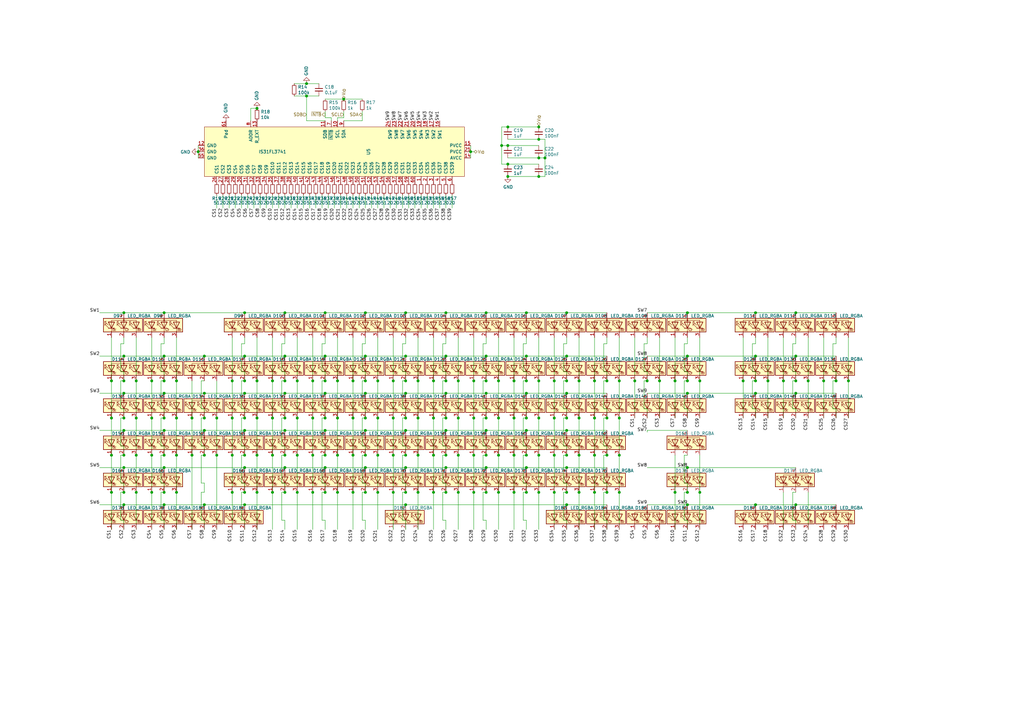
<source format=kicad_sch>
(kicad_sch (version 20211123) (generator eeschema)
  (paper "A3")
  (junction (at 67.31 146.05) (diameter 1.016))
  (junction (at 72.39 156.21) (diameter 1.016))
  (junction (at 111.76 186.69) (diameter 1.016))
  (junction (at 161.29 201.93) (diameter 1.016))
  (junction (at 326.39 146.05) (diameter 1.016))
  (junction (at 237.49 156.21) (diameter 1.016))
  (junction (at 232.41 176.53) (diameter 1.016))
  (junction (at 67.31 156.21) (diameter 1.016))
  (junction (at 105.41 201.93) (diameter 1.016))
  (junction (at 331.47 156.21) (diameter 1.016))
  (junction (at 125.73 39.37) (diameter 1.016))
  (junction (at 55.88 201.93) (diameter 1.016))
  (junction (at 83.82 146.05) (diameter 1.016))
  (junction (at 182.88 171.45) (diameter 1.016))
  (junction (at 128.27 156.21) (diameter 1.016))
  (junction (at 45.72 156.21) (diameter 1.016))
  (junction (at 309.88 156.21) (diameter 1.016))
  (junction (at 166.37 176.53) (diameter 1.016))
  (junction (at 116.84 156.21) (diameter 1.016))
  (junction (at 182.88 186.69) (diameter 1.016))
  (junction (at 215.9 146.05) (diameter 1.016))
  (junction (at 254 171.45) (diameter 1.016))
  (junction (at 187.96 201.93) (diameter 1.016))
  (junction (at 138.43 186.69) (diameter 1.016))
  (junction (at 166.37 146.05) (diameter 1.016))
  (junction (at 95.25 171.45) (diameter 1.016))
  (junction (at 215.9 156.21) (diameter 1.016))
  (junction (at 50.8 201.93) (diameter 1.016))
  (junction (at 215.9 176.53) (diameter 1.016))
  (junction (at 166.37 201.93) (diameter 1.016))
  (junction (at 177.8 186.69) (diameter 1.016))
  (junction (at 116.84 186.69) (diameter 1.016))
  (junction (at 220.98 52.07) (diameter 1.016))
  (junction (at 149.86 191.77) (diameter 1.016))
  (junction (at 55.88 171.45) (diameter 1.016))
  (junction (at 232.41 207.01) (diameter 1.016))
  (junction (at 281.94 161.29) (diameter 1.016))
  (junction (at 50.8 156.21) (diameter 1.016))
  (junction (at 62.23 156.21) (diameter 1.016))
  (junction (at 321.31 156.21) (diameter 1.016))
  (junction (at 210.82 171.45) (diameter 1.016))
  (junction (at 149.86 186.69) (diameter 1.016))
  (junction (at 50.8 161.29) (diameter 1.016))
  (junction (at 281.94 207.01) (diameter 1.016))
  (junction (at 50.8 128.27) (diameter 1.016))
  (junction (at 133.35 201.93) (diameter 1.016))
  (junction (at 83.82 207.01) (diameter 1.016))
  (junction (at 95.25 156.21) (diameter 1.016))
  (junction (at 326.39 128.27) (diameter 1.016))
  (junction (at 208.28 72.39) (diameter 1.016))
  (junction (at 133.35 146.05) (diameter 1.016))
  (junction (at 182.88 146.05) (diameter 1.016))
  (junction (at 314.96 156.21) (diameter 1.016))
  (junction (at 121.92 201.93) (diameter 1.016))
  (junction (at 121.92 171.45) (diameter 1.016))
  (junction (at 45.72 171.45) (diameter 1.016))
  (junction (at 133.35 128.27) (diameter 1.016))
  (junction (at 166.37 171.45) (diameter 1.016))
  (junction (at 187.96 171.45) (diameter 1.016))
  (junction (at 182.88 176.53) (diameter 1.016))
  (junction (at 154.94 201.93) (diameter 1.016))
  (junction (at 210.82 186.69) (diameter 1.016))
  (junction (at 287.02 201.93) (diameter 1.016))
  (junction (at 276.86 156.21) (diameter 1.016))
  (junction (at 220.98 72.39) (diameter 1.016))
  (junction (at 182.88 191.77) (diameter 1.016))
  (junction (at 144.78 156.21) (diameter 1.016))
  (junction (at 83.82 161.29) (diameter 1.016))
  (junction (at 243.84 156.21) (diameter 1.016))
  (junction (at 55.88 156.21) (diameter 1.016))
  (junction (at 194.31 156.21) (diameter 1.016))
  (junction (at 199.39 171.45) (diameter 1.016))
  (junction (at 248.92 156.21) (diameter 1.016))
  (junction (at 50.8 191.77) (diameter 1.016))
  (junction (at 204.47 171.45) (diameter 1.016))
  (junction (at 100.33 207.01) (diameter 1.016))
  (junction (at 177.8 201.93) (diameter 1.016))
  (junction (at 83.82 186.69) (diameter 1.016))
  (junction (at 50.8 146.05) (diameter 1.016))
  (junction (at 138.43 171.45) (diameter 1.016))
  (junction (at 105.41 44.45) (diameter 1.016))
  (junction (at 171.45 171.45) (diameter 1.016))
  (junction (at 62.23 201.93) (diameter 1.016))
  (junction (at 194.31 171.45) (diameter 1.016))
  (junction (at 111.76 201.93) (diameter 1.016))
  (junction (at 254 156.21) (diameter 1.016))
  (junction (at 254 186.69) (diameter 1.016))
  (junction (at 133.35 176.53) (diameter 1.016))
  (junction (at 199.39 161.29) (diameter 1.016))
  (junction (at 220.98 156.21) (diameter 1.016))
  (junction (at 199.39 176.53) (diameter 1.016))
  (junction (at 199.39 146.05) (diameter 1.016))
  (junction (at 67.31 207.01) (diameter 1.016))
  (junction (at 67.31 171.45) (diameter 1.016))
  (junction (at 171.45 186.69) (diameter 1.016))
  (junction (at 67.31 201.93) (diameter 1.016))
  (junction (at 208.28 67.31) (diameter 1.016))
  (junction (at 149.86 176.53) (diameter 1.016))
  (junction (at 204.47 186.69) (diameter 1.016))
  (junction (at 326.39 161.29) (diameter 1.016))
  (junction (at 243.84 201.93) (diameter 1.016))
  (junction (at 100.33 201.93) (diameter 1.016))
  (junction (at 243.84 186.69) (diameter 1.016))
  (junction (at 111.76 156.21) (diameter 1.016))
  (junction (at 67.31 128.27) (diameter 1.016))
  (junction (at 149.86 146.05) (diameter 1.016))
  (junction (at 199.39 186.69) (diameter 1.016))
  (junction (at 100.33 171.45) (diameter 1.016))
  (junction (at 105.41 156.21) (diameter 1.016))
  (junction (at 215.9 191.77) (diameter 1.016))
  (junction (at 182.88 201.93) (diameter 1.016))
  (junction (at 83.82 176.53) (diameter 1.016))
  (junction (at 144.78 201.93) (diameter 1.016))
  (junction (at 215.9 171.45) (diameter 1.016))
  (junction (at 287.02 156.21) (diameter 1.016))
  (junction (at 100.33 191.77) (diameter 1.016))
  (junction (at 144.78 171.45) (diameter 1.016))
  (junction (at 100.33 161.29) (diameter 1.016))
  (junction (at 237.49 186.69) (diameter 1.016))
  (junction (at 210.82 201.93) (diameter 1.016))
  (junction (at 281.94 191.77) (diameter 1.016))
  (junction (at 100.33 156.21) (diameter 1.016))
  (junction (at 220.98 64.77) (diameter 1.016))
  (junction (at 182.88 156.21) (diameter 1.016))
  (junction (at 232.41 156.21) (diameter 1.016))
  (junction (at 128.27 186.69) (diameter 1.016))
  (junction (at 309.88 146.05) (diameter 1.016))
  (junction (at 171.45 201.93) (diameter 1.016))
  (junction (at 111.76 171.45) (diameter 1.016))
  (junction (at 161.29 156.21) (diameter 1.016))
  (junction (at 161.29 171.45) (diameter 1.016))
  (junction (at 133.35 171.45) (diameter 1.016))
  (junction (at 237.49 171.45) (diameter 1.016))
  (junction (at 232.41 201.93) (diameter 1.016))
  (junction (at 95.25 186.69) (diameter 1.016))
  (junction (at 276.86 201.93) (diameter 1.016))
  (junction (at 171.45 156.21) (diameter 1.016))
  (junction (at 215.9 128.27) (diameter 1.016))
  (junction (at 67.31 186.69) (diameter 1.016))
  (junction (at 78.74 186.69) (diameter 1.016))
  (junction (at 232.41 146.05) (diameter 1.016))
  (junction (at 227.33 186.69) (diameter 1.016))
  (junction (at 95.25 201.93) (diameter 1.016))
  (junction (at 55.88 186.69) (diameter 1.016))
  (junction (at 72.39 171.45) (diameter 1.016))
  (junction (at 149.86 171.45) (diameter 1.016))
  (junction (at 254 201.93) (diameter 1.016))
  (junction (at 100.33 176.53) (diameter 1.016))
  (junction (at 116.84 176.53) (diameter 1.016))
  (junction (at 232.41 186.69) (diameter 1.016))
  (junction (at 166.37 207.01) (diameter 1.016))
  (junction (at 81.28 62.23) (diameter 1.016))
  (junction (at 281.94 128.27) (diameter 1.016))
  (junction (at 149.86 128.27) (diameter 1.016))
  (junction (at 116.84 171.45) (diameter 1.016))
  (junction (at 232.41 128.27) (diameter 1.016))
  (junction (at 45.72 201.93) (diameter 1.016))
  (junction (at 83.82 171.45) (diameter 1.016))
  (junction (at 281.94 156.21) (diameter 1.016))
  (junction (at 194.31 186.69) (diameter 1.016))
  (junction (at 133.35 161.29) (diameter 1.016))
  (junction (at 140.97 40.64) (diameter 1.016))
  (junction (at 204.47 156.21) (diameter 1.016))
  (junction (at 309.88 161.29) (diameter 1.016))
  (junction (at 232.41 161.29) (diameter 1.016))
  (junction (at 215.9 186.69) (diameter 1.016))
  (junction (at 133.35 186.69) (diameter 1.016))
  (junction (at 149.86 161.29) (diameter 1.016))
  (junction (at 128.27 171.45) (diameter 1.016))
  (junction (at 215.9 201.93) (diameter 1.016))
  (junction (at 100.33 146.05) (diameter 1.016))
  (junction (at 232.41 171.45) (diameter 1.016))
  (junction (at 50.8 171.45) (diameter 1.016))
  (junction (at 309.88 128.27) (diameter 1.016))
  (junction (at 105.41 171.45) (diameter 1.016))
  (junction (at 166.37 156.21) (diameter 1.016))
  (junction (at 138.43 201.93) (diameter 1.016))
  (junction (at 116.84 161.29) (diameter 1.016))
  (junction (at 187.96 156.21) (diameter 1.016))
  (junction (at 199.39 201.93) (diameter 1.016))
  (junction (at 182.88 161.29) (diameter 1.016))
  (junction (at 223.52 64.77) (diameter 1.016))
  (junction (at 50.8 207.01) (diameter 1.016))
  (junction (at 133.35 191.77) (diameter 1.016))
  (junction (at 154.94 156.21) (diameter 1.016))
  (junction (at 193.04 62.23) (diameter 1.016))
  (junction (at 220.98 201.93) (diameter 1.016))
  (junction (at 125.73 34.29) (diameter 1.016))
  (junction (at 116.84 146.05) (diameter 1.016))
  (junction (at 116.84 128.27) (diameter 1.016))
  (junction (at 232.41 191.77) (diameter 1.016))
  (junction (at 62.23 186.69) (diameter 1.016))
  (junction (at 67.31 191.77) (diameter 1.016))
  (junction (at 199.39 156.21) (diameter 1.016))
  (junction (at 187.96 186.69) (diameter 1.016))
  (junction (at 128.27 201.93) (diameter 1.016))
  (junction (at 72.39 186.69) (diameter 1.016))
  (junction (at 208.28 52.07) (diameter 1.016))
  (junction (at 204.47 201.93) (diameter 1.016))
  (junction (at 62.23 171.45) (diameter 1.016))
  (junction (at 326.39 156.21) (diameter 1.016))
  (junction (at 265.43 156.21) (diameter 1.016))
  (junction (at 72.39 201.93) (diameter 1.016))
  (junction (at 166.37 186.69) (diameter 1.016))
  (junction (at 205.74 59.69) (diameter 1.016))
  (junction (at 50.8 176.53) (diameter 1.016))
  (junction (at 149.86 201.93) (diameter 1.016))
  (junction (at 326.39 207.01) (diameter 1.016))
  (junction (at 227.33 201.93) (diameter 1.016))
  (junction (at 243.84 171.45) (diameter 1.016))
  (junction (at 121.92 156.21) (diameter 1.016))
  (junction (at 67.31 176.53) (diameter 1.016))
  (junction (at 220.98 57.15) (diameter 1.016))
  (junction (at 309.88 207.01) (diameter 1.016))
  (junction (at 347.98 156.21) (diameter 1.016))
  (junction (at 88.9 171.45) (diameter 1.016))
  (junction (at 100.33 186.69) (diameter 1.016))
  (junction (at 105.41 186.69) (diameter 1.016))
  (junction (at 248.92 186.69) (diameter 1.016))
  (junction (at 154.94 186.69) (diameter 1.016))
  (junction (at 133.35 156.21) (diameter 1.016))
  (junction (at 177.8 171.45) (diameter 1.016))
  (junction (at 199.39 191.77) (diameter 1.016))
  (junction (at 199.39 128.27) (diameter 1.016))
  (junction (at 67.31 161.29) (diameter 1.016))
  (junction (at 220.98 171.45) (diameter 1.016))
  (junction (at 237.49 201.93) (diameter 1.016))
  (junction (at 248.92 171.45) (diameter 1.016))
  (junction (at 281.94 201.93) (diameter 1.016))
  (junction (at 161.29 186.69) (diameter 1.016))
  (junction (at 227.33 171.45) (diameter 1.016))
  (junction (at 304.8 156.21) (diameter 1.016))
  (junction (at 78.74 171.45) (diameter 1.016))
  (junction (at 121.92 186.69) (diameter 1.016))
  (junction (at 337.82 156.21) (diameter 1.016))
  (junction (at 100.33 128.27) (diameter 1.016))
  (junction (at 194.31 201.93) (diameter 1.016))
  (junction (at 270.51 156.21) (diameter 1.016))
  (junction (at 220.98 186.69) (diameter 1.016))
  (junction (at 144.78 186.69) (diameter 1.016))
  (junction (at 342.9 156.21) (diameter 1.016))
  (junction (at 248.92 201.93) (diameter 1.016))
  (junction (at 116.84 201.93) (diameter 1.016))
  (junction (at 177.8 156.21) (diameter 1.016))
  (junction (at 215.9 161.29) (diameter 1.016))
  (junction (at 166.37 128.27) (diameter 1.016))
  (junction (at 166.37 191.77) (diameter 1.016))
  (junction (at 138.43 156.21) (diameter 1.016))
  (junction (at 116.84 191.77) (diameter 1.016))
  (junction (at 154.94 171.45) (diameter 1.016))
  (junction (at 227.33 156.21) (diameter 1.016))
  (junction (at 281.94 146.05) (diameter 1.016))
  (junction (at 166.37 161.29) (diameter 1.016))
  (junction (at 149.86 156.21) (diameter 1.016))
  (junction (at 210.82 156.21) (diameter 1.016))
  (junction (at 208.28 59.69) (diameter 1.016))
  (junction (at 260.35 156.21) (diameter 1.016))
  (junction (at 182.88 128.27) (diameter 1.016))
  (junction (at 45.72 186.69) (diameter 1.016))
  (junction (at 88.9 186.69) (diameter 1.016))
  (junction (at 50.8 186.69) (diameter 1.016))
  (wire (pts (xy 247.65 213.36) (xy 247.65 201.93)))
  (wire (pts (xy 154.94 171.45) (xy 154.94 186.69)))
  (wire (pts (xy 111.76 186.69) (xy 111.76 201.93)))
  (wire (pts (xy 154.94 138.43) (xy 154.94 156.21)))
  (wire (pts (xy 215.9 217.17) (xy 215.9 213.36)))
  (wire (pts (xy 99.06 167.64) (xy 99.06 156.21)))
  (wire (pts (xy 193.04 59.69) (xy 193.04 62.23)))
  (wire (pts (xy 193.04 62.23) (xy 193.04 64.77)))
  (wire (pts (xy 115.57 182.88) (xy 115.57 171.45)))
  (wire (pts (xy 99.06 198.12) (xy 99.06 186.69)))
  (wire (pts (xy 208.28 59.69) (xy 220.98 59.69)))
  (wire (pts (xy 50.8 138.43) (xy 50.8 140.97)))
  (wire (pts (xy 140.97 49.53) (xy 148.59 49.53)))
  (wire (pts (xy 243.84 186.69) (xy 243.84 201.93)))
  (wire (pts (xy 232.41 182.88) (xy 231.14 182.88)))
  (wire (pts (xy 154.94 201.93) (xy 154.94 217.17)))
  (wire (pts (xy 149.86 201.93) (xy 149.86 198.12)))
  (wire (pts (xy 78.74 186.69) (xy 78.74 217.17)))
  (wire (pts (xy 116.84 182.88) (xy 115.57 182.88)))
  (wire (pts (xy 144.78 80.01) (xy 144.78 85.344)))
  (wire (pts (xy 182.88 217.17) (xy 182.88 213.36)))
  (wire (pts (xy 193.04 62.23) (xy 194.437 62.23)))
  (wire (pts (xy 148.59 201.93) (xy 149.86 201.93)))
  (wire (pts (xy 308.61 140.97) (xy 309.88 140.97)))
  (wire (pts (xy 276.86 138.43) (xy 276.86 156.21)))
  (wire (pts (xy 66.04 152.4) (xy 66.04 140.97)))
  (wire (pts (xy 215.9 182.88) (xy 214.63 182.88)))
  (wire (pts (xy 133.35 213.36) (xy 132.08 213.36)))
  (wire (pts (xy 125.73 49.53) (xy 133.35 49.53)))
  (wire (pts (xy 177.8 138.43) (xy 177.8 156.21)))
  (wire (pts (xy 148.59 186.69) (xy 149.86 186.69)))
  (wire (pts (xy 66.04 167.64) (xy 66.04 156.21)))
  (wire (pts (xy 72.39 171.45) (xy 72.39 186.69)))
  (wire (pts (xy 248.92 152.4) (xy 247.65 152.4)))
  (wire (pts (xy 342.9 156.21) (xy 342.9 152.4)))
  (wire (pts (xy 100.33 182.88) (xy 99.06 182.88)))
  (wire (pts (xy 133.35 182.88) (xy 132.08 182.88)))
  (wire (pts (xy 83.82 213.36) (xy 82.55 213.36)))
  (wire (pts (xy 165.1 171.45) (xy 166.37 171.45)))
  (wire (pts (xy 326.39 217.17) (xy 326.39 213.36)))
  (wire (pts (xy 116.84 156.21) (xy 116.84 152.4)))
  (wire (pts (xy 325.12 152.4) (xy 325.12 140.97)))
  (wire (pts (xy 220.98 138.43) (xy 220.98 156.21)))
  (wire (pts (xy 281.94 156.21) (xy 281.94 152.4)))
  (wire (pts (xy 254 201.93) (xy 254 217.17)))
  (wire (pts (xy 265.43 167.64) (xy 264.16 167.64)))
  (wire (pts (xy 243.84 201.93) (xy 243.84 217.17)))
  (wire (pts (xy 220.98 171.45) (xy 220.98 186.69)))
  (wire (pts (xy 67.31 186.69) (xy 67.31 182.88)))
  (wire (pts (xy 82.55 198.12) (xy 82.55 186.69)))
  (wire (pts (xy 326.39 152.4) (xy 325.12 152.4)))
  (wire (pts (xy 95.25 138.43) (xy 95.25 156.21)))
  (wire (pts (xy 144.78 171.45) (xy 144.78 186.69)))
  (wire (pts (xy 171.45 201.93) (xy 171.45 217.17)))
  (wire (pts (xy 102.87 44.45) (xy 105.41 44.45)))
  (wire (pts (xy 102.87 49.53) (xy 102.87 44.45)))
  (wire (pts (xy 180.34 80.01) (xy 180.34 85.344)))
  (wire (pts (xy 50.8 191.77) (xy 67.31 191.77)))
  (wire (pts (xy 67.31 191.77) (xy 100.33 191.77)))
  (wire (pts (xy 100.33 191.77) (xy 116.84 191.77)))
  (wire (pts (xy 116.84 191.77) (xy 133.35 191.77)))
  (wire (pts (xy 133.35 191.77) (xy 149.86 191.77)))
  (wire (pts (xy 149.86 191.77) (xy 166.37 191.77)))
  (wire (pts (xy 166.37 191.77) (xy 182.88 191.77)))
  (wire (pts (xy 182.88 191.77) (xy 199.39 191.77)))
  (wire (pts (xy 199.39 191.77) (xy 215.9 191.77)))
  (wire (pts (xy 215.9 191.77) (xy 232.41 191.77)))
  (wire (pts (xy 232.41 191.77) (xy 248.92 191.77)))
  (wire (pts (xy 81.28 59.69) (xy 81.28 62.23)))
  (wire (pts (xy 81.28 62.23) (xy 81.28 64.77)))
  (wire (pts (xy 149.86 80.01) (xy 149.86 85.344)))
  (wire (pts (xy 254 156.21) (xy 254 171.45)))
  (wire (pts (xy 67.31 167.64) (xy 66.04 167.64)))
  (wire (pts (xy 49.53 182.88) (xy 49.53 171.45)))
  (wire (pts (xy 82.55 186.69) (xy 83.82 186.69)))
  (wire (pts (xy 165.1 140.97) (xy 166.37 140.97)))
  (wire (pts (xy 99.06 156.21) (xy 100.33 156.21)))
  (wire (pts (xy 265.43 176.53) (xy 265.43 177.2412)))
  (wire (pts (xy 149.86 182.88) (xy 148.59 182.88)))
  (wire (pts (xy 347.98 138.43) (xy 347.98 156.21)))
  (wire (pts (xy 243.84 171.45) (xy 243.84 186.69)))
  (wire (pts (xy 161.29 171.45) (xy 161.29 186.69)))
  (wire (pts (xy 161.29 201.93) (xy 161.29 217.17)))
  (wire (pts (xy 208.28 64.77) (xy 220.98 64.77)))
  (wire (pts (xy 67.31 171.45) (xy 67.31 167.64)))
  (wire (pts (xy 341.63 140.97) (xy 342.9 140.97)))
  (wire (pts (xy 161.29 156.21) (xy 161.29 171.45)))
  (wire (pts (xy 49.53 156.21) (xy 50.8 156.21)))
  (wire (pts (xy 49.53 152.4) (xy 49.53 140.97)))
  (wire (pts (xy 50.8 171.45) (xy 50.8 167.64)))
  (wire (pts (xy 308.61 156.21) (xy 309.88 156.21)))
  (wire (pts (xy 115.57 198.12) (xy 115.57 186.69)))
  (wire (pts (xy 287.02 156.21) (xy 287.02 171.45)))
  (wire (pts (xy 101.6 80.01) (xy 101.6 85.344)))
  (wire (pts (xy 326.39 138.43) (xy 326.39 140.97)))
  (wire (pts (xy 182.88 182.88) (xy 181.61 182.88)))
  (wire (pts (xy 204.47 186.69) (xy 204.47 201.93)))
  (wire (pts (xy 132.08 152.4) (xy 132.08 140.97)))
  (wire (pts (xy 205.74 59.69) (xy 208.28 59.69)))
  (wire (pts (xy 205.74 67.31) (xy 205.74 59.69)))
  (wire (pts (xy 208.28 67.31) (xy 205.74 67.31)))
  (wire (pts (xy 132.08 198.12) (xy 132.08 186.69)))
  (wire (pts (xy 232.41 171.45) (xy 232.41 167.64)))
  (wire (pts (xy 265.43 146.05) (xy 281.94 146.05)))
  (wire (pts (xy 276.86 201.93) (xy 276.86 217.17)))
  (wire (pts (xy 204.47 171.45) (xy 204.47 186.69)))
  (wire (pts (xy 50.8 167.64) (xy 49.53 167.64)))
  (wire (pts (xy 132.08 167.64) (xy 132.08 156.21)))
  (wire (pts (xy 125.73 39.37) (xy 125.73 49.53)))
  (wire (pts (xy 121.92 138.43) (xy 121.92 156.21)))
  (wire (pts (xy 215.9 171.45) (xy 215.9 167.64)))
  (wire (pts (xy 100.33 217.17) (xy 100.33 213.36)))
  (wire (pts (xy 247.65 171.45) (xy 248.92 171.45)))
  (wire (pts (xy 264.16 152.4) (xy 264.16 140.97)))
  (wire (pts (xy 237.49 201.93) (xy 237.49 217.17)))
  (wire (pts (xy 160.02 80.01) (xy 160.02 85.344)))
  (wire (pts (xy 194.31 201.93) (xy 194.31 217.17)))
  (wire (pts (xy 237.49 171.45) (xy 237.49 186.69)))
  (wire (pts (xy 165.1 167.64) (xy 165.1 156.21)))
  (wire (pts (xy 214.63 167.64) (xy 214.63 156.21)))
  (wire (pts (xy 264.16 140.97) (xy 265.43 140.97)))
  (wire (pts (xy 177.8 80.01) (xy 177.8 85.344)))
  (wire (pts (xy 220.98 156.21) (xy 220.98 171.45)))
  (wire (pts (xy 248.92 138.43) (xy 248.92 140.97)))
  (wire (pts (xy 139.7 80.01) (xy 139.7 85.344)))
  (wire (pts (xy 231.14 201.93) (xy 232.41 201.93)))
  (wire (pts (xy 40.894 191.77) (xy 50.8 191.77)))
  (wire (pts (xy 154.94 80.01) (xy 154.94 85.344)))
  (wire (pts (xy 247.65 167.64) (xy 247.65 156.21)))
  (wire (pts (xy 100.33 152.4) (xy 99.06 152.4)))
  (wire (pts (xy 325.12 213.36) (xy 325.12 201.93)))
  (wire (pts (xy 243.84 156.21) (xy 243.84 171.45)))
  (wire (pts (xy 182.88 186.69) (xy 182.88 182.88)))
  (wire (pts (xy 214.63 186.69) (xy 215.9 186.69)))
  (wire (pts (xy 88.9 186.69) (xy 88.9 217.17)))
  (wire (pts (xy 199.39 213.36) (xy 198.12 213.36)))
  (wire (pts (xy 337.82 138.43) (xy 337.82 156.21)))
  (wire (pts (xy 214.63 156.21) (xy 215.9 156.21)))
  (wire (pts (xy 265.43 176.53) (xy 281.94 176.53)))
  (wire (pts (xy 208.28 57.15) (xy 220.98 57.15)))
  (wire (pts (xy 231.14 186.69) (xy 232.41 186.69)))
  (wire (pts (xy 166.37 186.69) (xy 166.37 182.88)))
  (wire (pts (xy 133.35 40.64) (xy 140.97 40.64)))
  (wire (pts (xy 140.97 40.64) (xy 148.59 40.64)))
  (wire (pts (xy 83.82 201.93) (xy 83.82 198.12)))
  (wire (pts (xy 40.894 161.29) (xy 50.8 161.29)))
  (wire (pts (xy 67.31 213.36) (xy 66.04 213.36)))
  (wire (pts (xy 133.35 198.12) (xy 132.08 198.12)))
  (wire (pts (xy 55.88 138.43) (xy 55.88 156.21)))
  (wire (pts (xy 55.88 156.21) (xy 55.88 171.45)))
  (wire (pts (xy 55.88 171.45) (xy 55.88 186.69)))
  (wire (pts (xy 55.88 186.69) (xy 55.88 201.93)))
  (wire (pts (xy 55.88 201.93) (xy 55.88 217.17)))
  (wire (pts (xy 208.28 67.31) (xy 220.98 67.31)))
  (wire (pts (xy 231.14 156.21) (xy 232.41 156.21)))
  (wire (pts (xy 210.82 201.93) (xy 210.82 217.17)))
  (wire (pts (xy 181.61 171.45) (xy 182.88 171.45)))
  (wire (pts (xy 152.4 80.01) (xy 152.4 85.344)))
  (wire (pts (xy 66.04 198.12) (xy 66.04 186.69)))
  (wire (pts (xy 181.61 198.12) (xy 181.61 186.69)))
  (wire (pts (xy 133.35 201.93) (xy 133.35 198.12)))
  (wire (pts (xy 260.35 156.21) (xy 260.35 171.45)))
  (wire (pts (xy 138.43 186.69) (xy 138.43 201.93)))
  (wire (pts (xy 105.41 156.21) (xy 105.41 171.45)))
  (wire (pts (xy 181.61 201.93) (xy 182.88 201.93)))
  (wire (pts (xy 204.47 156.21) (xy 204.47 171.45)))
  (wire (pts (xy 325.12 156.21) (xy 326.39 156.21)))
  (wire (pts (xy 147.32 80.01) (xy 147.32 85.344)))
  (wire (pts (xy 215.9 167.64) (xy 214.63 167.64)))
  (wire (pts (xy 199.39 186.69) (xy 199.39 182.88)))
  (wire (pts (xy 199.39 182.88) (xy 198.12 182.88)))
  (wire (pts (xy 128.27 201.93) (xy 128.27 217.17)))
  (wire (pts (xy 204.47 201.93) (xy 204.47 217.17)))
  (wire (pts (xy 82.55 182.88) (xy 82.55 171.45)))
  (wire (pts (xy 208.28 72.39) (xy 220.98 72.39)))
  (wire (pts (xy 231.14 213.36) (xy 231.14 201.93)))
  (wire (pts (xy 181.61 213.36) (xy 181.61 201.93)))
  (wire (pts (xy 326.39 156.21) (xy 326.39 152.4)))
  (wire (pts (xy 121.92 80.01) (xy 121.92 85.344)))
  (wire (pts (xy 265.43 191.77) (xy 281.94 191.77)))
  (wire (pts (xy 111.76 201.93) (xy 111.76 217.17)))
  (wire (pts (xy 45.72 138.43) (xy 45.72 156.21)))
  (wire (pts (xy 45.72 156.21) (xy 45.72 171.45)))
  (wire (pts (xy 45.72 171.45) (xy 45.72 186.69)))
  (wire (pts (xy 45.72 186.69) (xy 45.72 201.93)))
  (wire (pts (xy 45.72 201.93) (xy 45.72 217.17)))
  (wire (pts (xy 247.65 182.88) (xy 247.65 171.45)))
  (wire (pts (xy 115.57 186.69) (xy 116.84 186.69)))
  (wire (pts (xy 198.12 186.69) (xy 199.39 186.69)))
  (wire (pts (xy 66.04 171.45) (xy 67.31 171.45)))
  (wire (pts (xy 220.98 186.69) (xy 220.98 201.93)))
  (wire (pts (xy 182.88 213.36) (xy 181.61 213.36)))
  (wire (pts (xy 166.37 198.12) (xy 165.1 198.12)))
  (wire (pts (xy 166.37 138.43) (xy 166.37 140.97)))
  (wire (pts (xy 50.8 186.69) (xy 50.8 182.88)))
  (wire (pts (xy 248.92 186.69) (xy 248.92 182.88)))
  (wire (pts (xy 67.31 198.12) (xy 66.04 198.12)))
  (wire (pts (xy 194.31 171.45) (xy 194.31 186.69)))
  (wire (pts (xy 115.57 152.4) (xy 115.57 140.97)))
  (wire (pts (xy 170.18 80.01) (xy 170.18 85.344)))
  (wire (pts (xy 198.12 198.12) (xy 198.12 186.69)))
  (wire (pts (xy 265.43 128.27) (xy 281.94 128.27)))
  (wire (pts (xy 182.88 198.12) (xy 181.61 198.12)))
  (wire (pts (xy 88.9 171.45) (xy 88.9 186.69)))
  (wire (pts (xy 199.39 217.17) (xy 199.39 213.36)))
  (wire (pts (xy 231.14 152.4) (xy 231.14 140.97)))
  (wire (pts (xy 270.51 138.43) (xy 270.51 156.21)))
  (wire (pts (xy 325.12 167.64) (xy 325.12 156.21)))
  (wire (pts (xy 199.39 201.93) (xy 199.39 198.12)))
  (wire (pts (xy 138.43 138.43) (xy 138.43 156.21)))
  (wire (pts (xy 40.894 207.01) (xy 50.8 207.01)))
  (wire (pts (xy 100.33 213.36) (xy 99.06 213.36)))
  (wire (pts (xy 83.82 186.69) (xy 83.82 182.88)))
  (wire (pts (xy 220.98 57.15) (xy 223.52 57.15)))
  (wire (pts (xy 223.52 57.15) (xy 223.52 64.77)))
  (wire (pts (xy 223.52 64.77) (xy 220.98 64.77)))
  (wire (pts (xy 232.41 152.4) (xy 231.14 152.4)))
  (wire (pts (xy 100.33 201.93) (xy 100.33 198.12)))
  (wire (pts (xy 314.96 138.43) (xy 314.96 156.21)))
  (wire (pts (xy 165.1 213.36) (xy 165.1 201.93)))
  (wire (pts (xy 149.86 186.69) (xy 149.86 182.88)))
  (wire (pts (xy 264.16 167.64) (xy 264.16 156.21)))
  (wire (pts (xy 231.14 198.12) (xy 231.14 186.69)))
  (wire (pts (xy 72.39 156.21) (xy 72.39 171.45)))
  (wire (pts (xy 281.94 138.43) (xy 281.94 140.97)))
  (wire (pts (xy 281.94 207.01) (xy 309.88 207.01)))
  (wire (pts (xy 309.88 161.29) (xy 326.39 161.29)))
  (wire (pts (xy 326.39 161.29) (xy 342.9 161.29)))
  (wire (pts (xy 181.61 140.97) (xy 182.88 140.97)))
  (wire (pts (xy 304.8 138.43) (xy 304.8 156.21)))
  (wire (pts (xy 265.43 152.4) (xy 264.16 152.4)))
  (wire (pts (xy 105.41 138.43) (xy 105.41 156.21)))
  (wire (pts (xy 325.12 140.97) (xy 326.39 140.97)))
  (wire (pts (xy 187.96 201.93) (xy 187.96 217.17)))
  (wire (pts (xy 342.9 167.64) (xy 341.63 167.64)))
  (wire (pts (xy 99.06 152.4) (xy 99.06 140.97)))
  (wire (pts (xy 83.82 167.64) (xy 82.55 167.64)))
  (wire (pts (xy 199.39 152.4) (xy 198.12 152.4)))
  (wire (pts (xy 309.88 156.21) (xy 309.88 152.4)))
  (wire (pts (xy 265.43 161.29) (xy 281.94 161.29)))
  (wire (pts (xy 133.35 167.64) (xy 132.08 167.64)))
  (wire (pts (xy 247.65 186.69) (xy 248.92 186.69)))
  (wire (pts (xy 106.68 80.01) (xy 106.68 85.344)))
  (wire (pts (xy 120.65 34.29) (xy 125.73 34.29)))
  (wire (pts (xy 125.73 34.29) (xy 130.81 34.29)))
  (wire (pts (xy 72.39 138.43) (xy 72.39 156.21)))
  (wire (pts (xy 281.94 161.29) (xy 309.88 161.29)))
  (wire (pts (xy 227.33 138.43) (xy 227.33 156.21)))
  (wire (pts (xy 347.98 156.21) (xy 347.98 171.45)))
  (wire (pts (xy 115.57 213.36) (xy 115.57 201.93)))
  (wire (pts (xy 198.12 152.4) (xy 198.12 140.97)))
  (wire (pts (xy 161.29 186.69) (xy 161.29 201.93)))
  (wire (pts (xy 166.37 182.88) (xy 165.1 182.88)))
  (wire (pts (xy 187.96 186.69) (xy 187.96 201.93)))
  (wire (pts (xy 215.9 201.93) (xy 215.9 198.12)))
  (wire (pts (xy 231.14 167.64) (xy 231.14 156.21)))
  (wire (pts (xy 331.47 201.93) (xy 331.47 217.17)))
  (wire (pts (xy 287.02 138.43) (xy 287.02 156.21)))
  (wire (pts (xy 281.94 167.64) (xy 280.67 167.64)))
  (wire (pts (xy 232.41 156.21) (xy 232.41 152.4)))
  (wire (pts (xy 166.37 167.64) (xy 165.1 167.64)))
  (wire (pts (xy 194.31 156.21) (xy 194.31 171.45)))
  (wire (pts (xy 210.82 156.21) (xy 210.82 171.45)))
  (wire (pts (xy 78.74 156.21) (xy 78.74 171.45)))
  (wire (pts (xy 341.63 167.64) (xy 341.63 156.21)))
  (wire (pts (xy 161.29 138.43) (xy 161.29 156.21)))
  (wire (pts (xy 260.35 138.43) (xy 260.35 156.21)))
  (wire (pts (xy 215.9 156.21) (xy 215.9 152.4)))
  (wire (pts (xy 309.88 128.27) (xy 326.39 128.27)))
  (wire (pts (xy 326.39 128.27) (xy 342.9 128.27)))
  (wire (pts (xy 165.1 186.69) (xy 166.37 186.69)))
  (wire (pts (xy 83.82 182.88) (xy 82.55 182.88)))
  (wire (pts (xy 132.08 80.01) (xy 132.08 85.344)))
  (wire (pts (xy 182.88 171.45) (xy 182.88 167.64)))
  (wire (pts (xy 116.84 201.93) (xy 116.84 198.12)))
  (wire (pts (xy 144.78 201.93) (xy 144.78 217.17)))
  (wire (pts (xy 181.61 156.21) (xy 182.88 156.21)))
  (wire (pts (xy 171.45 171.45) (xy 171.45 186.69)))
  (wire (pts (xy 50.8 198.12) (xy 49.53 198.12)))
  (wire (pts (xy 111.76 80.01) (xy 111.76 85.344)))
  (wire (pts (xy 96.52 80.01) (xy 96.52 85.344)))
  (wire (pts (xy 325.12 201.93) (xy 326.39 201.93)))
  (wire (pts (xy 116.84 186.69) (xy 116.84 182.88)))
  (wire (pts (xy 149.86 213.36) (xy 148.59 213.36)))
  (wire (pts (xy 232.41 217.17) (xy 232.41 213.36)))
  (wire (pts (xy 165.1 198.12) (xy 165.1 186.69)))
  (wire (pts (xy 231.14 182.88) (xy 231.14 171.45)))
  (wire (pts (xy 40.894 146.05) (xy 50.8 146.05)))
  (wire (pts (xy 248.92 167.64) (xy 247.65 167.64)))
  (wire (pts (xy 49.53 201.93) (xy 50.8 201.93)))
  (wire (pts (xy 49.53 213.36) (xy 49.53 201.93)))
  (wire (pts (xy 50.8 213.36) (xy 49.53 213.36)))
  (wire (pts (xy 50.8 217.17) (xy 50.8 213.36)))
  (wire (pts (xy 105.41 186.69) (xy 105.41 201.93)))
  (wire (pts (xy 248.92 171.45) (xy 248.92 167.64)))
  (wire (pts (xy 210.82 171.45) (xy 210.82 186.69)))
  (wire (pts (xy 124.46 80.01) (xy 124.46 85.344)))
  (wire (pts (xy 149.86 171.45) (xy 149.86 167.64)))
  (wire (pts (xy 247.65 201.93) (xy 248.92 201.93)))
  (wire (pts (xy 199.39 156.21) (xy 199.39 152.4)))
  (wire (pts (xy 165.1 182.88) (xy 165.1 171.45)))
  (wire (pts (xy 270.51 156.21) (xy 270.51 171.45)))
  (wire (pts (xy 342.9 171.45) (xy 342.9 167.64)))
  (wire (pts (xy 115.57 156.21) (xy 116.84 156.21)))
  (wire (pts (xy 116.84 80.01) (xy 116.84 85.344)))
  (wire (pts (xy 254 171.45) (xy 254 186.69)))
  (wire (pts (xy 120.65 39.37) (xy 125.73 39.37)))
  (wire (pts (xy 125.73 39.37) (xy 130.81 39.37)))
  (wire (pts (xy 280.67 167.64) (xy 280.67 156.21)))
  (wire (pts (xy 199.39 167.64) (xy 198.12 167.64)))
  (wire (pts (xy 248.92 182.88) (xy 247.65 182.88)))
  (wire (pts (xy 280.67 201.93) (xy 281.94 201.93)))
  (wire (pts (xy 148.59 140.97) (xy 149.86 140.97)))
  (wire (pts (xy 309.88 152.4) (xy 308.61 152.4)))
  (wire (pts (xy 93.98 80.01) (xy 93.98 85.344)))
  (wire (pts (xy 331.47 138.43) (xy 331.47 156.21)))
  (wire (pts (xy 148.59 171.45) (xy 149.86 171.45)))
  (wire (pts (xy 165.1 80.01) (xy 165.1 85.344)))
  (wire (pts (xy 99.06 80.01) (xy 99.06 85.344)))
  (wire (pts (xy 331.47 156.21) (xy 331.47 171.45)))
  (wire (pts (xy 214.63 182.88) (xy 214.63 171.45)))
  (wire (pts (xy 182.88 167.64) (xy 181.61 167.64)))
  (wire (pts (xy 199.39 138.43) (xy 199.39 140.97)))
  (wire (pts (xy 177.8 186.69) (xy 177.8 201.93)))
  (wire (pts (xy 265.43 207.01) (xy 281.94 207.01)))
  (wire (pts (xy 182.88 138.43) (xy 182.88 140.97)))
  (wire (pts (xy 62.23 156.21) (xy 62.23 171.45)))
  (wire (pts (xy 100.33 171.45) (xy 100.33 167.64)))
  (wire (pts (xy 78.74 171.45) (xy 78.74 186.69)))
  (wire (pts (xy 116.84 171.45) (xy 116.84 167.64)))
  (wire (pts (xy 232.41 186.69) (xy 232.41 182.88)))
  (wire (pts (xy 132.08 201.93) (xy 133.35 201.93)))
  (wire (pts (xy 82.55 167.64) (xy 82.55 156.21)))
  (wire (pts (xy 50.8 201.93) (xy 50.8 198.12)))
  (wire (pts (xy 116.84 217.17) (xy 116.84 213.36)))
  (wire (pts (xy 182.88 152.4) (xy 181.61 152.4)))
  (wire (pts (xy 82.55 156.21) (xy 83.82 156.21)))
  (wire (pts (xy 198.12 167.64) (xy 198.12 156.21)))
  (wire (pts (xy 304.8 156.21) (xy 304.8 171.45)))
  (wire (pts (xy 337.82 156.21) (xy 337.82 171.45)))
  (wire (pts (xy 49.53 140.97) (xy 50.8 140.97)))
  (wire (pts (xy 308.61 152.4) (xy 308.61 140.97)))
  (wire (pts (xy 281.94 201.93) (xy 281.94 198.12)))
  (wire (pts (xy 100.33 156.21) (xy 100.33 152.4)))
  (wire (pts (xy 157.48 80.01) (xy 157.48 85.344)))
  (wire (pts (xy 50.8 207.01) (xy 67.31 207.01)))
  (wire (pts (xy 67.31 207.01) (xy 83.82 207.01)))
  (wire (pts (xy 83.82 207.01) (xy 100.33 207.01)))
  (wire (pts (xy 100.33 207.01) (xy 166.37 207.01)))
  (wire (pts (xy 166.37 207.01) (xy 232.41 207.01)))
  (wire (pts (xy 232.41 207.01) (xy 248.92 207.01)))
  (wire (pts (xy 243.84 138.43) (xy 243.84 156.21)))
  (wire (pts (xy 83.82 198.12) (xy 82.55 198.12)))
  (wire (pts (xy 116.84 138.43) (xy 116.84 140.97)))
  (wire (pts (xy 99.06 171.45) (xy 100.33 171.45)))
  (wire (pts (xy 95.25 201.93) (xy 95.25 217.17)))
  (wire (pts (xy 215.9 152.4) (xy 214.63 152.4)))
  (wire (pts (xy 50.8 128.27) (xy 67.31 128.27)))
  (wire (pts (xy 67.31 128.27) (xy 100.33 128.27)))
  (wire (pts (xy 100.33 128.27) (xy 116.84 128.27)))
  (wire (pts (xy 116.84 128.27) (xy 133.35 128.27)))
  (wire (pts (xy 133.35 128.27) (xy 149.86 128.27)))
  (wire (pts (xy 149.86 128.27) (xy 166.37 128.27)))
  (wire (pts (xy 166.37 128.27) (xy 182.88 128.27)))
  (wire (pts (xy 182.88 128.27) (xy 199.39 128.27)))
  (wire (pts (xy 199.39 128.27) (xy 215.9 128.27)))
  (wire (pts (xy 215.9 128.27) (xy 232.41 128.27)))
  (wire (pts (xy 232.41 128.27) (xy 248.92 128.27)))
  (wire (pts (xy 214.63 152.4) (xy 214.63 140.97)))
  (wire (pts (xy 88.9 156.21) (xy 88.9 171.45)))
  (wire (pts (xy 247.65 140.97) (xy 248.92 140.97)))
  (wire (pts (xy 111.76 138.43) (xy 111.76 156.21)))
  (wire (pts (xy 62.23 186.69) (xy 62.23 201.93)))
  (wire (pts (xy 62.23 201.93) (xy 62.23 217.17)))
  (wire (pts (xy 171.45 138.43) (xy 171.45 156.21)))
  (wire (pts (xy 171.45 156.21) (xy 171.45 171.45)))
  (wire (pts (xy 100.33 186.69) (xy 100.33 182.88)))
  (wire (pts (xy 247.65 156.21) (xy 248.92 156.21)))
  (wire (pts (xy 175.26 80.01) (xy 175.26 85.344)))
  (wire (pts (xy 214.63 198.12) (xy 214.63 186.69)))
  (wire (pts (xy 198.12 182.88) (xy 198.12 171.45)))
  (wire (pts (xy 231.14 140.97) (xy 232.41 140.97)))
  (wire (pts (xy 95.25 186.69) (xy 95.25 201.93)))
  (wire (pts (xy 148.59 182.88) (xy 148.59 171.45)))
  (wire (pts (xy 232.41 198.12) (xy 231.14 198.12)))
  (wire (pts (xy 227.33 201.93) (xy 227.33 217.17)))
  (wire (pts (xy 227.33 171.45) (xy 227.33 186.69)))
  (wire (pts (xy 154.94 156.21) (xy 154.94 171.45)))
  (wire (pts (xy 111.76 171.45) (xy 111.76 186.69)))
  (wire (pts (xy 215.9 186.69) (xy 215.9 182.88)))
  (wire (pts (xy 208.28 52.07) (xy 220.98 52.07)))
  (wire (pts (xy 287.02 201.93) (xy 287.02 217.17)))
  (wire (pts (xy 199.39 171.45) (xy 199.39 167.64)))
  (wire (pts (xy 105.41 201.93) (xy 105.41 217.17)))
  (wire (pts (xy 116.84 213.36) (xy 115.57 213.36)))
  (wire (pts (xy 220.98 72.39) (xy 223.52 72.39)))
  (wire (pts (xy 223.52 64.77) (xy 223.52 72.39)))
  (wire (pts (xy 232.41 201.93) (xy 232.41 198.12)))
  (wire (pts (xy 67.31 156.21) (xy 67.31 152.4)))
  (wire (pts (xy 215.9 198.12) (xy 214.63 198.12)))
  (wire (pts (xy 287.02 186.69) (xy 287.02 201.93)))
  (wire (pts (xy 66.04 156.21) (xy 67.31 156.21)))
  (wire (pts (xy 88.9 80.01) (xy 88.9 85.344)))
  (wire (pts (xy 167.64 80.01) (xy 167.64 85.344)))
  (wire (pts (xy 264.16 156.21) (xy 265.43 156.21)))
  (wire (pts (xy 62.23 171.45) (xy 62.23 186.69)))
  (wire (pts (xy 40.894 128.27) (xy 50.8 128.27)))
  (wire (pts (xy 321.31 156.21) (xy 321.31 171.45)))
  (wire (pts (xy 204.47 138.43) (xy 204.47 156.21)))
  (wire (pts (xy 326.39 171.45) (xy 326.39 167.64)))
  (wire (pts (xy 50.8 156.21) (xy 50.8 152.4)))
  (wire (pts (xy 165.1 156.21) (xy 166.37 156.21)))
  (wire (pts (xy 133.35 186.69) (xy 133.35 182.88)))
  (wire (pts (xy 181.61 186.69) (xy 182.88 186.69)))
  (wire (pts (xy 162.56 80.01) (xy 162.56 85.344)))
  (wire (pts (xy 142.24 80.01) (xy 142.24 85.344)))
  (wire (pts (xy 181.61 152.4) (xy 181.61 140.97)))
  (wire (pts (xy 247.65 152.4) (xy 247.65 140.97)))
  (wire (pts (xy 138.43 48.26) (xy 140.97 48.26)))
  (wire (pts (xy 138.43 49.53) (xy 138.43 48.26)))
  (wire (pts (xy 140.97 48.26) (xy 140.97 45.72)))
  (wire (pts (xy 231.14 171.45) (xy 232.41 171.45)))
  (wire (pts (xy 276.86 156.21) (xy 276.86 171.45)))
  (wire (pts (xy 341.63 156.21) (xy 342.9 156.21)))
  (wire (pts (xy 214.63 201.93) (xy 215.9 201.93)))
  (wire (pts (xy 95.25 156.21) (xy 95.25 171.45)))
  (wire (pts (xy 67.31 152.4) (xy 66.04 152.4)))
  (wire (pts (xy 227.33 156.21) (xy 227.33 171.45)))
  (wire (pts (xy 128.27 171.45) (xy 128.27 186.69)))
  (wire (pts (xy 171.45 186.69) (xy 171.45 201.93)))
  (wire (pts (xy 50.8 146.05) (xy 67.31 146.05)))
  (wire (pts (xy 67.31 146.05) (xy 83.82 146.05)))
  (wire (pts (xy 83.82 146.05) (xy 100.33 146.05)))
  (wire (pts (xy 100.33 146.05) (xy 116.84 146.05)))
  (wire (pts (xy 116.84 146.05) (xy 133.35 146.05)))
  (wire (pts (xy 133.35 146.05) (xy 149.86 146.05)))
  (wire (pts (xy 149.86 146.05) (xy 166.37 146.05)))
  (wire (pts (xy 166.37 146.05) (xy 182.88 146.05)))
  (wire (pts (xy 182.88 146.05) (xy 199.39 146.05)))
  (wire (pts (xy 199.39 146.05) (xy 215.9 146.05)))
  (wire (pts (xy 215.9 146.05) (xy 232.41 146.05)))
  (wire (pts (xy 232.41 146.05) (xy 248.92 146.05)))
  (wire (pts (xy 280.67 152.4) (xy 280.67 140.97)))
  (wire (pts (xy 237.49 186.69) (xy 237.49 201.93)))
  (wire (pts (xy 341.63 152.4) (xy 341.63 140.97)))
  (wire (pts (xy 133.35 48.26) (xy 133.35 45.72)))
  (wire (pts (xy 135.89 48.26) (xy 133.35 48.26)))
  (wire (pts (xy 135.89 49.53) (xy 135.89 48.26)))
  (wire (pts (xy 115.57 201.93) (xy 116.84 201.93)))
  (wire (pts (xy 281.94 191.77) (xy 326.39 191.77)))
  (wire (pts (xy 99.06 140.97) (xy 100.33 140.97)))
  (wire (pts (xy 66.04 186.69) (xy 67.31 186.69)))
  (wire (pts (xy 281.94 128.27) (xy 309.88 128.27)))
  (wire (pts (xy 232.41 213.36) (xy 231.14 213.36)))
  (wire (pts (xy 99.06 213.36) (xy 99.06 201.93)))
  (wire (pts (xy 95.25 171.45) (xy 95.25 186.69)))
  (wire (pts (xy 314.96 156.21) (xy 314.96 171.45)))
  (wire (pts (xy 134.62 80.01) (xy 134.62 85.344)))
  (wire (pts (xy 308.61 167.64) (xy 308.61 156.21)))
  (wire (pts (xy 198.12 213.36) (xy 198.12 201.93)))
  (wire (pts (xy 67.31 138.43) (xy 67.31 140.97)))
  (wire (pts (xy 121.92 201.93) (xy 121.92 217.17)))
  (wire (pts (xy 280.67 156.21) (xy 281.94 156.21)))
  (wire (pts (xy 154.94 186.69) (xy 154.94 201.93)))
  (wire (pts (xy 132.08 213.36) (xy 132.08 201.93)))
  (wire (pts (xy 127 80.01) (xy 127 85.344)))
  (wire (pts (xy 67.31 182.88) (xy 66.04 182.88)))
  (wire (pts (xy 215.9 138.43) (xy 215.9 140.97)))
  (wire (pts (xy 309.88 146.05) (xy 326.39 146.05)))
  (wire (pts (xy 326.39 146.05) (xy 342.9 146.05)))
  (wire (pts (xy 149.86 156.21) (xy 149.86 152.4)))
  (wire (pts (xy 172.72 80.01) (xy 172.72 85.344)))
  (wire (pts (xy 82.55 213.36) (xy 82.55 201.93)))
  (wire (pts (xy 187.96 171.45) (xy 187.96 186.69)))
  (wire (pts (xy 281.94 213.36) (xy 280.67 213.36)))
  (wire (pts (xy 138.43 156.21) (xy 138.43 171.45)))
  (wire (pts (xy 132.08 171.45) (xy 133.35 171.45)))
  (wire (pts (xy 129.54 80.01) (xy 129.54 85.344)))
  (wire (pts (xy 133.35 156.21) (xy 133.35 152.4)))
  (wire (pts (xy 149.86 152.4) (xy 148.59 152.4)))
  (wire (pts (xy 281.94 198.12) (xy 280.67 198.12)))
  (wire (pts (xy 121.92 156.21) (xy 121.92 171.45)))
  (wire (pts (xy 280.67 186.69) (xy 281.94 186.69)))
  (wire (pts (xy 309.88 167.64) (xy 308.61 167.64)))
  (wire (pts (xy 280.67 140.97) (xy 281.94 140.97)))
  (wire (pts (xy 115.57 140.97) (xy 116.84 140.97)))
  (wire (pts (xy 67.31 217.17) (xy 67.31 213.36)))
  (wire (pts (xy 265.43 156.21) (xy 265.43 152.4)))
  (wire (pts (xy 66.04 201.93) (xy 67.31 201.93)))
  (wire (pts (xy 132.08 156.21) (xy 133.35 156.21)))
  (wire (pts (xy 40.894 176.53) (xy 50.8 176.53)))
  (wire (pts (xy 214.63 213.36) (xy 214.63 201.93)))
  (wire (pts (xy 232.41 138.43) (xy 232.41 140.97)))
  (wire (pts (xy 248.92 213.36) (xy 247.65 213.36)))
  (wire (pts (xy 91.44 80.01) (xy 91.44 85.344)))
  (wire (pts (xy 177.8 171.45) (xy 177.8 186.69)))
  (wire (pts (xy 115.57 171.45) (xy 116.84 171.45)))
  (wire (pts (xy 281.94 146.05) (xy 309.88 146.05)))
  (wire (pts (xy 50.8 152.4) (xy 49.53 152.4)))
  (wire (pts (xy 248.92 201.93) (xy 248.92 198.12)))
  (wire (pts (xy 114.3 80.01) (xy 114.3 85.344)))
  (wire (pts (xy 326.39 167.64) (xy 325.12 167.64)))
  (wire (pts (xy 247.65 198.12) (xy 247.65 186.69)))
  (wire (pts (xy 166.37 201.93) (xy 166.37 198.12)))
  (wire (pts (xy 132.08 140.97) (xy 133.35 140.97)))
  (wire (pts (xy 220.98 51.435) (xy 220.98 52.07)))
  (wire (pts (xy 138.43 201.93) (xy 138.43 217.17)))
  (wire (pts (xy 100.33 138.43) (xy 100.33 140.97)))
  (wire (pts (xy 210.82 186.69) (xy 210.82 201.93)))
  (wire (pts (xy 309.88 207.01) (xy 326.39 207.01)))
  (wire (pts (xy 326.39 207.01) (xy 342.9 207.01)))
  (wire (pts (xy 321.31 138.43) (xy 321.31 156.21)))
  (wire (pts (xy 148.59 156.21) (xy 149.86 156.21)))
  (wire (pts (xy 198.12 171.45) (xy 199.39 171.45)))
  (wire (pts (xy 166.37 213.36) (xy 165.1 213.36)))
  (wire (pts (xy 198.12 201.93) (xy 199.39 201.93)))
  (wire (pts (xy 214.63 140.97) (xy 215.9 140.97)))
  (wire (pts (xy 265.43 171.45) (xy 265.43 167.64)))
  (wire (pts (xy 116.84 198.12) (xy 115.57 198.12)))
  (wire (pts (xy 182.88 156.21) (xy 182.88 152.4)))
  (wire (pts (xy 128.27 138.43) (xy 128.27 156.21)))
  (wire (pts (xy 220.98 201.93) (xy 220.98 217.17)))
  (wire (pts (xy 133.35 217.17) (xy 133.35 213.36)))
  (wire (pts (xy 177.8 201.93) (xy 177.8 217.17)))
  (wire (pts (xy 121.92 171.45) (xy 121.92 186.69)))
  (wire (pts (xy 227.33 186.69) (xy 227.33 201.93)))
  (wire (pts (xy 281.94 171.45) (xy 281.94 167.64)))
  (wire (pts (xy 309.88 171.45) (xy 309.88 167.64)))
  (wire (pts (xy 165.1 201.93) (xy 166.37 201.93)))
  (wire (pts (xy 72.39 186.69) (xy 72.39 201.93)))
  (wire (pts (xy 72.39 201.93) (xy 72.39 217.17)))
  (wire (pts (xy 100.33 167.64) (xy 99.06 167.64)))
  (wire (pts (xy 50.8 161.29) (xy 67.31 161.29)))
  (wire (pts (xy 67.31 161.29) (xy 83.82 161.29)))
  (wire (pts (xy 83.82 161.29) (xy 100.33 161.29)))
  (wire (pts (xy 100.33 161.29) (xy 116.84 161.29)))
  (wire (pts (xy 116.84 161.29) (xy 133.35 161.29)))
  (wire (pts (xy 133.35 161.29) (xy 149.86 161.29)))
  (wire (pts (xy 149.86 161.29) (xy 166.37 161.29)))
  (wire (pts (xy 166.37 161.29) (xy 182.88 161.29)))
  (wire (pts (xy 182.88 161.29) (xy 199.39 161.29)))
  (wire (pts (xy 199.39 161.29) (xy 215.9 161.29)))
  (wire (pts (xy 215.9 161.29) (xy 232.41 161.29)))
  (wire (pts (xy 232.41 161.29) (xy 248.92 161.29)))
  (wire (pts (xy 100.33 198.12) (xy 99.06 198.12)))
  (wire (pts (xy 133.35 152.4) (xy 132.08 152.4)))
  (wire (pts (xy 281.94 152.4) (xy 280.67 152.4)))
  (wire (pts (xy 166.37 152.4) (xy 165.1 152.4)))
  (wire (pts (xy 128.27 156.21) (xy 128.27 171.45)))
  (wire (pts (xy 119.38 80.01) (xy 119.38 85.344)))
  (wire (pts (xy 198.12 156.21) (xy 199.39 156.21)))
  (wire (pts (xy 149.86 138.43) (xy 149.86 140.97)))
  (wire (pts (xy 248.92 217.17) (xy 248.92 213.36)))
  (wire (pts (xy 99.06 201.93) (xy 100.33 201.93)))
  (wire (pts (xy 50.8 176.53) (xy 67.31 176.53)))
  (wire (pts (xy 67.31 176.53) (xy 83.82 176.53)))
  (wire (pts (xy 83.82 176.53) (xy 100.33 176.53)))
  (wire (pts (xy 100.33 176.53) (xy 116.84 176.53)))
  (wire (pts (xy 116.84 176.53) (xy 133.35 176.53)))
  (wire (pts (xy 133.35 176.53) (xy 149.86 176.53)))
  (wire (pts (xy 149.86 176.53) (xy 166.37 176.53)))
  (wire (pts (xy 166.37 176.53) (xy 182.88 176.53)))
  (wire (pts (xy 182.88 176.53) (xy 199.39 176.53)))
  (wire (pts (xy 199.39 176.53) (xy 215.9 176.53)))
  (wire (pts (xy 215.9 176.53) (xy 232.41 176.53)))
  (wire (pts (xy 232.41 176.53) (xy 248.92 176.53)))
  (wire (pts (xy 133.35 138.43) (xy 133.35 140.97)))
  (wire (pts (xy 214.63 171.45) (xy 215.9 171.45)))
  (wire (pts (xy 326.39 213.36) (xy 325.12 213.36)))
  (wire (pts (xy 194.31 138.43) (xy 194.31 156.21)))
  (wire (pts (xy 99.06 182.88) (xy 99.06 171.45)))
  (wire (pts (xy 166.37 156.21) (xy 166.37 152.4)))
  (wire (pts (xy 187.96 156.21) (xy 187.96 171.45)))
  (wire (pts (xy 149.86 198.12) (xy 148.59 198.12)))
  (wire (pts (xy 149.86 217.17) (xy 149.86 213.36)))
  (wire (pts (xy 144.78 156.21) (xy 144.78 171.45)))
  (wire (pts (xy 104.14 80.01) (xy 104.14 85.344)))
  (wire (pts (xy 237.49 138.43) (xy 237.49 156.21)))
  (wire (pts (xy 342.9 152.4) (xy 341.63 152.4)))
  (wire (pts (xy 148.59 198.12) (xy 148.59 186.69)))
  (wire (pts (xy 181.61 167.64) (xy 181.61 156.21)))
  (wire (pts (xy 215.9 213.36) (xy 214.63 213.36)))
  (wire (pts (xy 205.74 52.07) (xy 208.28 52.07)))
  (wire (pts (xy 205.74 59.69) (xy 205.74 52.07)))
  (wire (pts (xy 237.49 156.21) (xy 237.49 171.45)))
  (wire (pts (xy 49.53 198.12) (xy 49.53 186.69)))
  (wire (pts (xy 148.59 152.4) (xy 148.59 140.97)))
  (wire (pts (xy 66.04 213.36) (xy 66.04 201.93)))
  (wire (pts (xy 177.8 156.21) (xy 177.8 171.45)))
  (wire (pts (xy 83.82 217.17) (xy 83.82 213.36)))
  (wire (pts (xy 187.96 138.43) (xy 187.96 156.21)))
  (wire (pts (xy 132.08 182.88) (xy 132.08 171.45)))
  (wire (pts (xy 49.53 186.69) (xy 50.8 186.69)))
  (wire (pts (xy 115.57 167.64) (xy 115.57 156.21)))
  (wire (pts (xy 166.37 217.17) (xy 166.37 213.36)))
  (wire (pts (xy 265.43 138.43) (xy 265.43 140.97)))
  (wire (pts (xy 83.82 171.45) (xy 83.82 167.64)))
  (wire (pts (xy 181.61 182.88) (xy 181.61 171.45)))
  (wire (pts (xy 62.23 138.43) (xy 62.23 156.21)))
  (wire (pts (xy 116.84 152.4) (xy 115.57 152.4)))
  (wire (pts (xy 82.55 201.93) (xy 83.82 201.93)))
  (wire (pts (xy 280.67 198.12) (xy 280.67 186.69)))
  (wire (pts (xy 111.76 156.21) (xy 111.76 171.45)))
  (wire (pts (xy 109.22 80.01) (xy 109.22 85.344)))
  (wire (pts (xy 49.53 171.45) (xy 50.8 171.45)))
  (wire (pts (xy 210.82 138.43) (xy 210.82 156.21)))
  (wire (pts (xy 248.92 156.21) (xy 248.92 152.4)))
  (wire (pts (xy 149.86 167.64) (xy 148.59 167.64)))
  (wire (pts (xy 254 186.69) (xy 254 201.93)))
  (wire (pts (xy 66.04 182.88) (xy 66.04 171.45)))
  (wire (pts (xy 99.06 186.69) (xy 100.33 186.69)))
  (wire (pts (xy 182.88 201.93) (xy 182.88 198.12)))
  (wire (pts (xy 182.88 80.01) (xy 182.88 85.344)))
  (wire (pts (xy 276.86 186.69) (xy 276.86 201.93)))
  (wire (pts (xy 82.55 171.45) (xy 83.82 171.45)))
  (wire (pts (xy 67.31 201.93) (xy 67.31 198.12)))
  (wire (pts (xy 66.04 140.97) (xy 67.31 140.97)))
  (wire (pts (xy 116.84 167.64) (xy 115.57 167.64)))
  (wire (pts (xy 198.12 140.97) (xy 199.39 140.97)))
  (wire (pts (xy 281.94 217.17) (xy 281.94 213.36)))
  (wire (pts (xy 280.67 213.36) (xy 280.67 201.93)))
  (wire (pts (xy 254 138.43) (xy 254 156.21)))
  (wire (pts (xy 128.27 186.69) (xy 128.27 201.93)))
  (wire (pts (xy 309.88 138.43) (xy 309.88 140.97)))
  (wire (pts (xy 148.59 213.36) (xy 148.59 201.93)))
  (wire (pts (xy 133.35 171.45) (xy 133.35 167.64)))
  (wire (pts (xy 105.41 171.45) (xy 105.41 186.69)))
  (wire (pts (xy 199.39 198.12) (xy 198.12 198.12)))
  (wire (pts (xy 342.9 138.43) (xy 342.9 140.97)))
  (wire (pts (xy 132.08 186.69) (xy 133.35 186.69)))
  (wire (pts (xy 121.92 186.69) (xy 121.92 201.93)))
  (wire (pts (xy 148.59 167.64) (xy 148.59 156.21)))
  (wire (pts (xy 49.53 167.64) (xy 49.53 156.21)))
  (wire (pts (xy 232.41 167.64) (xy 231.14 167.64)))
  (wire (pts (xy 50.8 182.88) (xy 49.53 182.88)))
  (wire (pts (xy 165.1 152.4) (xy 165.1 140.97)))
  (wire (pts (xy 144.78 138.43) (xy 144.78 156.21)))
  (wire (pts (xy 138.43 171.45) (xy 138.43 186.69)))
  (wire (pts (xy 144.78 186.69) (xy 144.78 201.93)))
  (wire (pts (xy 137.16 80.01) (xy 137.16 85.344)))
  (wire (pts (xy 148.59 49.53) (xy 148.59 45.72)))
  (wire (pts (xy 185.42 80.01) (xy 185.42 85.344)))
  (wire (pts (xy 166.37 171.45) (xy 166.37 167.64)))
  (wire (pts (xy 248.92 198.12) (xy 247.65 198.12)))
  (wire (pts (xy 194.31 186.69) (xy 194.31 201.93)))
  (wire (pts (xy 321.31 201.93) (xy 321.31 217.17)))
  (label "SW1" (at 180.34 49.53 90))
  (label "CS7" (at 78.74 217.17 270))
  (label "CS8" (at 106.68 85.344 270))
  (label "SW4" (at 172.72 49.53 90))
  (label "CS4" (at 260.35 217.17 270))
  (label "CS24" (at 171.45 217.17 270))
  (label "CS10" (at 95.25 217.17 270))
  (label "CS5" (at 99.06 85.344 270))
  (label "CS37" (at 243.84 217.17 270))
  (label "CS26" (at 342.9 171.45 270))
  (label "CS5" (at 67.31 217.17 270))
  (label "CS1" (at 45.72 217.17 270))
  (label "CS35" (at 175.26 85.344 270))
  (label "CS16" (at 128.27 217.17 270))
  (label "CS30" (at 162.56 85.344 270))
  (label "CS23" (at 144.78 85.344 270))
  (label "CS20" (at 137.16 85.344 270))
  (label "CS25" (at 337.82 171.45 270))
  (label "CS32" (at 215.9 217.17 270))
  (label "CS14" (at 121.92 85.344 270))
  (label "CS25" (at 177.8 217.17 270))
  (label "CS36" (at 237.49 217.17 270))
  (label "CS11" (at 100.33 217.17 270))
  (label "CS15" (at 124.46 85.344 270))
  (label "CS10" (at 276.86 217.17 270))
  (label "CS2" (at 91.44 85.344 270))
  (label "CS7" (at 276.86 171.45 270))
  (label "CS9" (at 287.02 171.45 270))
  (label "CS36" (at 177.8 85.344 270))
  (label "CS26" (at 182.88 217.17 270))
  (label "CS14" (at 309.88 171.45 270))
  (label "CS7" (at 104.14 85.344 270))
  (label "SW1" (at 40.894 128.27 180))
  (label "CS28" (at 157.48 85.344 270))
  (label "CS27" (at 347.98 171.45 270))
  (label "SW5" (at 40.894 191.77 180))
  (label "CS28" (at 337.82 217.17 270))
  (label "CS6" (at 270.51 217.17 270))
  (label "CS24" (at 147.32 85.344 270))
  (label "CS4" (at 62.23 217.17 270))
  (label "CS11" (at 281.94 217.17 270))
  (label "CS26" (at 152.4 85.344 270))
  (label "CS33" (at 220.98 217.17 270))
  (label "CS25" (at 149.86 85.344 270))
  (label "CS3" (at 93.98 85.344 270))
  (label "CS13" (at 119.38 85.344 270))
  (label "CS2" (at 265.43 171.45 270))
  (label "CS19" (at 144.78 217.17 270))
  (label "SW9" (at 281.94 207.01 180))
  (label "SW6" (at 40.894 207.01 180))
  (label "CS17" (at 133.35 217.17 270))
  (label "CS1" (at 260.35 171.45 270))
  (label "CS21" (at 331.47 171.45 270))
  (label "CS14" (at 116.84 217.17 270))
  (label "CS19" (at 321.31 171.45 270))
  (label "CS21" (at 154.94 217.17 270))
  (label "CS4" (at 96.52 85.344 270))
  (label "SW8" (at 162.56 49.53 90))
  (label "CS13" (at 304.8 171.45 270))
  (label "CS1" (at 88.9 85.344 270))
  (label "CS5" (at 265.43 217.17 270))
  (label "CS8" (at 281.94 171.45 270))
  (label "CS22" (at 321.31 217.17 270))
  (label "SW9" (at 160.02 49.53 90))
  (label "CS2" (at 50.8 217.17 270))
  (label "CS31" (at 210.82 217.17 270))
  (label "CS13" (at 111.76 217.17 270))
  (label "SW9" (at 265.43 207.01 180))
  (label "CS32" (at 167.64 85.344 270))
  (label "CS38" (at 182.88 85.344 270))
  (label "CS16" (at 304.8 217.17 270))
  (label "CS12" (at 287.02 217.17 270))
  (label "CS34" (at 227.33 217.17 270))
  (label "CS15" (at 314.96 171.45 270))
  (label "CS23" (at 166.37 217.17 270))
  (label "CS23" (at 326.39 217.1192 270))
  (label "CS21" (at 139.7 85.344 270))
  (label "CS6" (at 101.6 85.344 270))
  (label "CS29" (at 160.02 85.344 270))
  (label "CS3" (at 55.88 217.17 270))
  (label "CS12" (at 116.84 85.344 270))
  (label "CS28" (at 194.31 217.17 270))
  (label "SW5" (at 170.18 49.53 90))
  (label "CS18" (at 132.08 85.344 270))
  (label "CS37" (at 180.34 85.344 270))
  (label "CS20" (at 326.39 171.45 270))
  (label "CS31" (at 165.1 85.344 270))
  (label "CS17" (at 309.88 217.17 270))
  (label "CS27" (at 187.96 217.17 270))
  (label "CS29" (at 342.9 217.17 270))
  (label "CS22" (at 142.24 85.344 270))
  (label "CS27" (at 154.94 85.344 270))
  (label "CS20" (at 149.86 217.17 270))
  (label "CS17" (at 129.54 85.344 270))
  (label "CS39" (at 185.42 85.344 270))
  (label "CS16" (at 127 85.344 270))
  (label "CS24" (at 331.47 217.17 270))
  (label "CS3" (at 270.51 171.45 270))
  (label "CS30" (at 204.47 217.17 270))
  (label "CS33" (at 170.18 85.344 270))
  (label "CS18" (at 314.96 217.17 270))
  (label "CS39" (at 254 217.17 270))
  (label "SW8" (at 281.94 191.77 180))
  (label "SW7" (at 165.1 49.53 90))
  (label "SW6" (at 167.64 49.53 90))
  (label "CS35" (at 232.41 217.17 270))
  (label "CS8" (at 83.82 217.17 270))
  (label "SW2" (at 40.894 146.05 180))
  (label "SW9" (at 265.43 161.29 180))
  (label "CS15" (at 121.92 217.17 270))
  (label "CS22" (at 161.29 217.17 270))
  (label "CS29" (at 199.39 217.17 270))
  (label "SW2" (at 177.8 49.53 90))
  (label "SW7" (at 265.43 128.27 180))
  (label "SW4" (at 40.894 176.53 180))
  (label "SW3" (at 175.26 49.53 90))
  (label "SW3" (at 40.894 161.29 180))
  (label "CS30" (at 347.98 217.17 270))
  (label "SW8" (at 265.43 146.05 180))
  (label "CS38" (at 248.92 217.17 270))
  (label "CS34" (at 172.72 85.344 270))
  (label "CS10" (at 111.76 85.344 270))
  (label "CS9" (at 109.22 85.344 270))
  (label "CS19" (at 134.62 85.344 270))
  (label "CS11" (at 114.3 85.344 270))
  (label "CS12" (at 105.41 217.17 270))
  (label "CS9" (at 88.9 217.17 270))
  (label "CS18" (at 138.43 217.17 270))
  (label "CS6" (at 72.39 217.17 270))
  (label "SW8" (at 265.43 191.77 180))
  (label "SW7" (at 265.43 177.2412 180))
  (hierarchical_label "SCL" (shape input) (at 140.97 46.99 180))
  (hierarchical_label "SDB" (shape input) (at 125.73 46.99 180))
  (hierarchical_label "SDA" (shape bidirectional) (at 148.59 46.99 180))
  (hierarchical_label "V_{IO}" (shape bidirectional) (at 194.437 62.23 0))
  (hierarchical_label "V_{IO}" (shape bidirectional) (at 220.98 51.435 90))
  (hierarchical_label "~{INTB}" (shape output) (at 133.35 46.99 180))
  (hierarchical_label "V_{IO}" (shape bidirectional) (at 140.97 40.64 90))
  (symbol (lib_id "Device:LED_RGBA") (at 309.88 151.13 90) (unit 1)
    (property "Reference" "D129" (at 307.4478 147.32 90))
    (property "Value" "LED_RGBA" (at 316.0965 147.32 90))
    (property "Footprint" "PeriodBoards:LED_RGBA" (effects hide))
  )
  (symbol (lib_id "Device:LED_RGBA") (at 265.43 151.13 90) (unit 1)
    (property "Reference" "D127" (at 262.9978 147.32 90))
    (property "Value" "LED_RGBA" (at 271.6465 147.32 90))
    (property "Footprint" "PeriodBoards:LED_RGBA" (effects hide))
  )
  (symbol (lib_id "Device:LED_RGBA") (at 326.39 196.85 90) (unit 1)
    (property "Reference" "D177" (at 323.9578 193.04 90))
    (property "Value" "LED_RGBA" (at 332.6065 193.04 90))
    (property "Footprint" "PeriodBoards:LED_RGBA" (effects hide))
  )
  (symbol (lib_id "Device:LED_RGBA") (at 67.31 181.61 90) (unit 1)
    (property "Reference" "D151" (at 64.8778 177.8 90))
    (property "Value" "LED_RGBA" (at 73.5265 177.8 90))
    (property "Footprint" "PeriodBoards:LED_RGBA" (effects hide))
  )
  (symbol (lib_id "Device:LED_RGBA") (at 232.41 181.61 90) (unit 1)
    (property "Reference" "D161" (at 229.9778 177.8 90))
    (property "Value" "LED_RGBA" (at 238.6265 177.8 90))
    (property "Footprint" "PeriodBoards:LED_RGBA" (effects hide))
  )
  (symbol (lib_id "Device:R_Small") (at 88.9 77.47 0) (unit 1)
    (property "Reference" "R19" (at 88.875 81.401 0))
    (property "Value" "51" (at 88.875 83.191 0))
    (property "Footprint" "Resistor_SMD:R_0603_1608Metric_Pad1.05x0.95mm_HandSolder" (effects hide))
  )
  (symbol (lib_id "Device:R_Small") (at 114.3 77.47 0) (unit 1)
    (property "Reference" "R29" (at 114.275 81.401 0))
    (property "Value" "20" (at 114.275 83.191 0))
    (property "Footprint" "Resistor_SMD:R_0603_1608Metric_Pad1.05x0.95mm_HandSolder" (effects hide))
  )
  (symbol (lib_id "Device:LED_RGBA") (at 100.33 166.37 90) (unit 1)
    (property "Reference" "D135" (at 97.8978 162.56 90))
    (property "Value" "LED_RGBA" (at 106.5465 162.56 90))
    (property "Footprint" "PeriodBoards:LED_RGBA" (effects hide))
  )
  (symbol (lib_id "Device:R_Small") (at 137.16 77.47 0) (unit 1)
    (property "Reference" "R38" (at 137.135 81.401 0))
    (property "Value" "20" (at 137.135 83.191 0))
    (property "Footprint" "Resistor_SMD:R_0603_1608Metric_Pad1.05x0.95mm_HandSolder" (effects hide))
  )
  (symbol (lib_id "Device:LED_RGBA") (at 281.94 181.61 90) (unit 1)
    (property "Reference" "D163" (at 279.5078 177.8 90))
    (property "Value" "LED_RGBA" (at 288.1565 177.8 90))
    (property "Footprint" "PeriodBoards:LED_RGBA" (effects hide))
  )
  (symbol (lib_id "Device:LED_RGBA") (at 326.39 166.37 90) (unit 1)
    (property "Reference" "D148" (at 323.9578 162.56 90))
    (property "Value" "LED_RGBA" (at 332.6065 162.56 90))
    (property "Footprint" "PeriodBoards:LED_RGBA" (effects hide))
  )
  (symbol (lib_id "Device:R_Small") (at 185.42 77.47 0) (unit 1)
    (property "Reference" "R57" (at 185.395 81.401 0))
    (property "Value" "20" (at 185.395 83.191 0))
    (property "Footprint" "Resistor_SMD:R_0603_1608Metric_Pad1.05x0.95mm_HandSolder" (effects hide))
  )
  (symbol (lib_id "Device:LED_RGBA") (at 248.92 181.61 90) (unit 1)
    (property "Reference" "D162" (at 246.4878 177.8 90))
    (property "Value" "LED_RGBA" (at 255.1365 177.8 90))
    (property "Footprint" "PeriodBoards:LED_RGBA" (effects hide))
  )
  (symbol (lib_id "Device:R_Small") (at 157.48 77.47 0) (unit 1)
    (property "Reference" "R46" (at 157.455 81.401 0))
    (property "Value" "51" (at 157.455 83.191 0))
    (property "Footprint" "Resistor_SMD:R_0603_1608Metric_Pad1.05x0.95mm_HandSolder" (effects hide))
  )
  (symbol (lib_id "Device:LED_RGBA") (at 232.41 166.37 90) (unit 1)
    (property "Reference" "D143" (at 229.9778 162.56 90))
    (property "Value" "LED_RGBA" (at 238.6265 162.56 90))
    (property "Footprint" "PeriodBoards:LED_RGBA" (effects hide))
  )
  (symbol (lib_id "Device:C_Small") (at 208.28 54.61 180) (unit 1)
    (property "Reference" "C19" (at 210.6042 53.4606 0) (effects (justify right)))
    (property "Value" "1uF" (at 210.604 55.759 0) (effects (justify right)))
    (property "Footprint" "Capacitor_SMD:C_0603_1608Metric_Pad1.05x0.95mm_HandSolder" (effects hide))
  )
  (symbol (lib_id "Device:LED_RGBA") (at 166.37 181.61 90) (unit 1)
    (property "Reference" "D157" (at 163.9378 177.8 90))
    (property "Value" "LED_RGBA" (at 172.5865 177.8 90))
    (property "Footprint" "PeriodBoards:LED_RGBA" (effects hide))
  )
  (symbol (lib_id "Device:LED_RGBA") (at 166.37 133.35 90) (unit 1)
    (property "Reference" "D103" (at 163.9378 129.54 90))
    (property "Value" "LED_RGBA" (at 172.5865 129.54 90))
    (property "Footprint" "PeriodBoards:LED_RGBA" (effects hide))
  )
  (symbol (lib_id "Device:LED_RGBA") (at 67.31 151.13 90) (unit 1)
    (property "Reference" "D115" (at 64.8778 147.32 90))
    (property "Value" "LED_RGBA" (at 73.5265 147.32 90))
    (property "Footprint" "PeriodBoards:LED_RGBA" (effects hide))
  )
  (symbol (lib_id "Device:LED_RGBA") (at 67.31 133.35 90) (unit 1)
    (property "Reference" "D98" (at 64.8778 129.54 90))
    (property "Value" "LED_RGBA" (at 73.5265 129.54 90))
    (property "Footprint" "PeriodBoards:LED_RGBA" (effects hide))
  )
  (symbol (lib_id "Device:LED_RGBA") (at 116.84 196.85 90) (unit 1)
    (property "Reference" "D167" (at 114.4078 193.04 90))
    (property "Value" "LED_RGBA" (at 123.0565 193.04 90))
    (property "Footprint" "PeriodBoards:LED_RGBA" (effects hide))
  )
  (symbol (lib_id "Device:R_Small") (at 124.46 77.47 0) (unit 1)
    (property "Reference" "R33" (at 124.435 81.401 0))
    (property "Value" "20" (at 124.435 83.191 0))
    (property "Footprint" "Resistor_SMD:R_0603_1608Metric_Pad1.05x0.95mm_HandSolder" (effects hide))
  )
  (symbol (lib_id "Device:LED_RGBA") (at 166.37 166.37 90) (unit 1)
    (property "Reference" "D139" (at 163.9378 162.56 90))
    (property "Value" "LED_RGBA" (at 172.5865 162.56 90))
    (property "Footprint" "PeriodBoards:LED_RGBA" (effects hide))
  )
  (symbol (lib_id "Device:LED_RGBA") (at 83.82 151.13 90) (unit 1)
    (property "Reference" "D116" (at 81.3878 147.32 90))
    (property "Value" "LED_RGBA" (at 90.0365 147.32 90))
    (property "Footprint" "PeriodBoards:LED_RGBA" (effects hide))
  )
  (symbol (lib_id "Device:LED_RGBA") (at 166.37 212.09 90) (unit 1)
    (property "Reference" "D182" (at 163.9378 208.28 90))
    (property "Value" "LED_RGBA" (at 172.5865 208.28 90))
    (property "Footprint" "PeriodBoards:LED_RGBA" (effects hide))
  )
  (symbol (lib_id "Device:LED_RGBA") (at 182.88 151.13 90) (unit 1)
    (property "Reference" "D122" (at 180.4478 147.32 90))
    (property "Value" "LED_RGBA" (at 189.0965 147.32 90))
    (property "Footprint" "PeriodBoards:LED_RGBA" (effects hide))
  )
  (symbol (lib_id "Device:R_Small") (at 104.14 77.47 0) (unit 1)
    (property "Reference" "R25" (at 104.115 81.401 0))
    (property "Value" "51" (at 104.115 83.191 0))
    (property "Footprint" "Resistor_SMD:R_0603_1608Metric_Pad1.05x0.95mm_HandSolder" (effects hide))
  )
  (symbol (lib_id "Device:R_Small") (at 144.78 77.47 0) (unit 1)
    (property "Reference" "R41" (at 144.755 81.401 0))
    (property "Value" "20" (at 144.755 83.191 0))
    (property "Footprint" "Resistor_SMD:R_0603_1608Metric_Pad1.05x0.95mm_HandSolder" (effects hide))
  )
  (symbol (lib_id "Device:R_Small") (at 167.64 77.47 0) (unit 1)
    (property "Reference" "R50" (at 167.615 81.401 0))
    (property "Value" "20" (at 167.615 83.191 0))
    (property "Footprint" "Resistor_SMD:R_0603_1608Metric_Pad1.05x0.95mm_HandSolder" (effects hide))
  )
  (symbol (lib_id "Device:LED_RGBA") (at 116.84 166.37 90) (unit 1)
    (property "Reference" "D136" (at 114.4078 162.56 90))
    (property "Value" "LED_RGBA" (at 123.0565 162.56 90))
    (property "Footprint" "PeriodBoards:LED_RGBA" (effects hide))
  )
  (symbol (lib_id "Device:LED_RGBA") (at 326.39 212.09 90) (unit 1)
    (property "Reference" "D188" (at 323.9578 208.28 90))
    (property "Value" "LED_RGBA" (at 332.6065 208.28 90))
    (property "Footprint" "PeriodBoards:LED_RGBA" (effects hide))
  )
  (symbol (lib_id "Device:LED_RGBA") (at 116.84 133.35 90) (unit 1)
    (property "Reference" "D100" (at 114.4078 129.54 90))
    (property "Value" "LED_RGBA" (at 123.0565 129.54 90))
    (property "Footprint" "PeriodBoards:LED_RGBA" (effects hide))
  )
  (symbol (lib_id "Device:LED_RGBA") (at 281.94 166.37 90) (unit 1)
    (property "Reference" "D146" (at 279.5078 162.56 90))
    (property "Value" "LED_RGBA" (at 288.1565 162.56 90))
    (property "Footprint" "PeriodBoards:LED_RGBA" (effects hide))
  )
  (symbol (lib_id "Device:R_Small") (at 170.18 77.47 0) (unit 1)
    (property "Reference" "R51" (at 170.155 81.401 0))
    (property "Value" "20" (at 170.155 83.191 0))
    (property "Footprint" "Resistor_SMD:R_0603_1608Metric_Pad1.05x0.95mm_HandSolder" (effects hide))
  )
  (symbol (lib_id "Device:C_Small") (at 220.98 54.61 180) (unit 1)
    (property "Reference" "C20" (at 223.3042 53.4606 0) (effects (justify right)))
    (property "Value" "100nF" (at 223.304 55.759 0) (effects (justify right)))
    (property "Footprint" "Capacitor_SMD:C_0603_1608Metric_Pad1.05x0.95mm_HandSolder" (effects hide))
  )
  (symbol (lib_id "Device:LED_RGBA") (at 149.86 133.35 90) (unit 1)
    (property "Reference" "D102" (at 147.4278 129.54 90))
    (property "Value" "LED_RGBA" (at 156.0765 129.54 90))
    (property "Footprint" "PeriodBoards:LED_RGBA" (effects hide))
  )
  (symbol (lib_id "Device:LED_RGBA") (at 133.35 181.61 90) (unit 1)
    (property "Reference" "D155" (at 130.9178 177.8 90))
    (property "Value" "LED_RGBA" (at 139.5665 177.8 90))
    (property "Footprint" "PeriodBoards:LED_RGBA" (effects hide))
  )
  (symbol (lib_id "Device:LED_RGBA") (at 116.84 181.61 90) (unit 1)
    (property "Reference" "D154" (at 114.4078 177.8 90))
    (property "Value" "LED_RGBA" (at 123.0565 177.8 90))
    (property "Footprint" "PeriodBoards:LED_RGBA" (effects hide))
  )
  (symbol (lib_id "Device:LED_RGBA") (at 199.39 181.61 90) (unit 1)
    (property "Reference" "D159" (at 196.9578 177.8 90))
    (property "Value" "LED_RGBA" (at 205.6065 177.8 90))
    (property "Footprint" "PeriodBoards:LED_RGBA" (effects hide))
  )
  (symbol (lib_id "Device:LED_RGBA") (at 215.9 181.61 90) (unit 1)
    (property "Reference" "D160" (at 213.4678 177.8 90))
    (property "Value" "LED_RGBA" (at 222.1165 177.8 90))
    (property "Footprint" "PeriodBoards:LED_RGBA" (effects hide))
  )
  (symbol (lib_id "Device:LED_RGBA") (at 265.43 133.35 90) (unit 1)
    (property "Reference" "D109" (at 262.9978 129.54 90))
    (property "Value" "LED_RGBA" (at 271.6465 129.54 90))
    (property "Footprint" "PeriodBoards:LED_RGBA" (effects hide))
  )
  (symbol (lib_id "Device:LED_RGBA") (at 50.8 133.35 90) (unit 1)
    (property "Reference" "D97" (at 48.3678 129.54 90))
    (property "Value" "LED_RGBA" (at 57.0165 129.54 90))
    (property "Footprint" "PeriodBoards:LED_RGBA" (effects hide))
  )
  (symbol (lib_id "Device:LED_RGBA") (at 100.33 133.35 90) (unit 1)
    (property "Reference" "D99" (at 97.8978 129.54 90))
    (property "Value" "LED_RGBA" (at 106.5465 129.54 90))
    (property "Footprint" "PeriodBoards:LED_RGBA" (effects hide))
  )
  (symbol (lib_id "Device:LED_RGBA") (at 100.33 151.13 90) (unit 1)
    (property "Reference" "D117" (at 97.8978 147.32 90))
    (property "Value" "LED_RGBA" (at 106.5465 147.32 90))
    (property "Footprint" "PeriodBoards:LED_RGBA" (effects hide))
  )
  (symbol (lib_id "power:GND") (at 125.73 34.29 180) (unit 1)
    (property "Reference" "#PWR036" (effects hide))
    (property "Value" "GND" (at 125.6157 31.115 90) (effects (justify right)))
  )
  (symbol (lib_id "Device:R_Small") (at 148.59 43.18 0) (unit 1)
    (property "Reference" "R17" (at 150.0887 42.0306 0) (effects (justify left)))
    (property "Value" "1k" (at 150.089 44.329 0) (effects (justify left)))
    (property "Footprint" "Resistor_SMD:R_0603_1608Metric_Pad1.05x0.95mm_HandSolder" (effects hide))
  )
  (symbol (lib_id "PeriodBoards:IS31FL3741") (at 137.16 62.23 270) (unit 1)
    (property "Reference" "U5" (at 151.13 62.23 0))
    (property "Value" "IS31FL3741" (at 111.76 62.23 90))
    (property "Footprint" "PeriodBoards:QFN40P700X700X80-61N-D" (effects hide))
    (property "Datasheet" "http://ams.issi.com/WW/pdf/IS31FL3741.pdf" (effects hide))
  )
  (symbol (lib_id "Device:LED_RGBA") (at 248.92 133.35 90) (unit 1)
    (property "Reference" "D108" (at 246.4878 129.54 90))
    (property "Value" "LED_RGBA" (at 255.1365 129.54 90))
    (property "Footprint" "PeriodBoards:LED_RGBA" (effects hide))
  )
  (symbol (lib_id "power:GND") (at 92.71 49.53 180) (unit 1)
    (property "Reference" "#PWR0101" (effects hide))
    (property "Value" "GND" (at 92.5957 46.355 90) (effects (justify right)))
  )
  (symbol (lib_id "Device:R_Small") (at 177.8 77.47 0) (unit 1)
    (property "Reference" "R54" (at 177.775 81.401 0))
    (property "Value" "20" (at 177.775 83.191 0))
    (property "Footprint" "Resistor_SMD:R_0603_1608Metric_Pad1.05x0.95mm_HandSolder" (effects hide))
  )
  (symbol (lib_id "Device:R_Small") (at 162.56 77.47 0) (unit 1)
    (property "Reference" "R48" (at 162.535 81.401 0))
    (property "Value" "20" (at 162.535 83.191 0))
    (property "Footprint" "Resistor_SMD:R_0603_1608Metric_Pad1.05x0.95mm_HandSolder" (effects hide))
  )
  (symbol (lib_id "Device:LED_RGBA") (at 83.82 212.09 90) (unit 1)
    (property "Reference" "D180" (at 81.3878 208.28 90))
    (property "Value" "LED_RGBA" (at 90.0365 208.28 90))
    (property "Footprint" "PeriodBoards:LED_RGBA" (effects hide))
  )
  (symbol (lib_id "Device:R_Small") (at 106.68 77.47 0) (unit 1)
    (property "Reference" "R26" (at 106.655 81.401 0))
    (property "Value" "20" (at 106.655 83.191 0))
    (property "Footprint" "Resistor_SMD:R_0603_1608Metric_Pad1.05x0.95mm_HandSolder" (effects hide))
  )
  (symbol (lib_id "Device:R_Small") (at 93.98 77.47 0) (unit 1)
    (property "Reference" "R21" (at 93.955 81.401 0))
    (property "Value" "20" (at 93.955 83.191 0))
    (property "Footprint" "Resistor_SMD:R_0603_1608Metric_Pad1.05x0.95mm_HandSolder" (effects hide))
  )
  (symbol (lib_id "Device:LED_RGBA") (at 232.41 151.13 90) (unit 1)
    (property "Reference" "D125" (at 229.9778 147.32 90))
    (property "Value" "LED_RGBA" (at 238.6265 147.32 90))
    (property "Footprint" "PeriodBoards:LED_RGBA" (effects hide))
  )
  (symbol (lib_id "Device:LED_RGBA") (at 100.33 212.09 90) (unit 1)
    (property "Reference" "D181" (at 97.8978 208.28 90))
    (property "Value" "LED_RGBA" (at 106.5465 208.28 90))
    (property "Footprint" "PeriodBoards:LED_RGBA" (effects hide))
  )
  (symbol (lib_id "Device:R_Small") (at 101.6 77.47 0) (unit 1)
    (property "Reference" "R24" (at 101.575 81.401 0))
    (property "Value" "20" (at 101.575 83.191 0))
    (property "Footprint" "Resistor_SMD:R_0603_1608Metric_Pad1.05x0.95mm_HandSolder" (effects hide))
  )
  (symbol (lib_id "Device:LED_RGBA") (at 133.35 151.13 90) (unit 1)
    (property "Reference" "D119" (at 130.9178 147.32 90))
    (property "Value" "LED_RGBA" (at 139.5665 147.32 90))
    (property "Footprint" "PeriodBoards:LED_RGBA" (effects hide))
  )
  (symbol (lib_id "Device:LED_RGBA") (at 281.94 133.35 90) (unit 1)
    (property "Reference" "D110" (at 279.5078 129.54 90))
    (property "Value" "LED_RGBA" (at 288.1565 129.54 90))
    (property "Footprint" "PeriodBoards:LED_RGBA" (effects hide))
  )
  (symbol (lib_id "Device:R_Small") (at 147.32 77.47 0) (unit 1)
    (property "Reference" "R42" (at 147.295 81.401 0))
    (property "Value" "20" (at 147.295 83.191 0))
    (property "Footprint" "Resistor_SMD:R_0603_1608Metric_Pad1.05x0.95mm_HandSolder" (effects hide))
  )
  (symbol (lib_id "power:GND") (at 81.28 62.23 270) (unit 1)
    (property "Reference" "#PWR039" (effects hide))
    (property "Value" "GND" (at 78.105 62.3443 90) (effects (justify right)))
  )
  (symbol (lib_id "Device:R_Small") (at 165.1 77.47 0) (unit 1)
    (property "Reference" "R49" (at 165.075 81.401 0))
    (property "Value" "51" (at 165.075 83.191 0))
    (property "Footprint" "Resistor_SMD:R_0603_1608Metric_Pad1.05x0.95mm_HandSolder" (effects hide))
  )
  (symbol (lib_id "Device:LED_RGBA") (at 50.8 212.09 90) (unit 1)
    (property "Reference" "D178" (at 48.3678 208.28 90))
    (property "Value" "LED_RGBA" (at 57.0165 208.28 90))
    (property "Footprint" "PeriodBoards:LED_RGBA" (effects hide))
  )
  (symbol (lib_id "Device:LED_RGBA") (at 182.88 133.35 90) (unit 1)
    (property "Reference" "D104" (at 180.4478 129.54 90))
    (property "Value" "LED_RGBA" (at 189.0965 129.54 90))
    (property "Footprint" "PeriodBoards:LED_RGBA" (effects hide))
  )
  (symbol (lib_id "Device:LED_RGBA") (at 248.92 212.09 90) (unit 1)
    (property "Reference" "D184" (at 246.4878 208.28 90))
    (property "Value" "LED_RGBA" (at 255.1365 208.28 90))
    (property "Footprint" "PeriodBoards:LED_RGBA" (effects hide))
  )
  (symbol (lib_id "Device:LED_RGBA") (at 133.35 196.85 90) (unit 1)
    (property "Reference" "D168" (at 130.9178 193.04 90))
    (property "Value" "LED_RGBA" (at 139.5665 193.04 90))
    (property "Footprint" "PeriodBoards:LED_RGBA" (effects hide))
  )
  (symbol (lib_id "Device:R_Small") (at 175.26 77.47 0) (unit 1)
    (property "Reference" "R53" (at 175.235 81.401 0))
    (property "Value" "20" (at 175.235 83.191 0))
    (property "Footprint" "Resistor_SMD:R_0603_1608Metric_Pad1.05x0.95mm_HandSolder" (effects hide))
  )
  (symbol (lib_id "Device:LED_RGBA") (at 50.8 196.85 90) (unit 1)
    (property "Reference" "D164" (at 48.3678 193.04 90))
    (property "Value" "LED_RGBA" (at 57.0165 193.04 90))
    (property "Footprint" "PeriodBoards:LED_RGBA" (effects hide))
  )
  (symbol (lib_id "Device:LED_RGBA") (at 100.33 196.85 90) (unit 1)
    (property "Reference" "D166" (at 97.8978 193.04 90))
    (property "Value" "LED_RGBA" (at 106.5465 193.04 90))
    (property "Footprint" "PeriodBoards:LED_RGBA" (effects hide))
  )
  (symbol (lib_id "Device:LED_RGBA") (at 83.82 181.61 90) (unit 1)
    (property "Reference" "D152" (at 81.3878 177.8 90))
    (property "Value" "LED_RGBA" (at 90.0365 177.8 90))
    (property "Footprint" "PeriodBoards:LED_RGBA" (effects hide))
  )
  (symbol (lib_id "Device:C_Small") (at 208.28 62.23 180) (unit 1)
    (property "Reference" "C21" (at 210.6042 61.0806 0) (effects (justify right)))
    (property "Value" "1uF" (at 210.604 63.379 0) (effects (justify right)))
    (property "Footprint" "Capacitor_SMD:C_0603_1608Metric_Pad1.05x0.95mm_HandSolder" (effects hide))
  )
  (symbol (lib_id "Device:R_Small") (at 149.86 77.47 0) (unit 1)
    (property "Reference" "R43" (at 149.835 81.401 0))
    (property "Value" "51" (at 149.835 83.191 0))
    (property "Footprint" "Resistor_SMD:R_0603_1608Metric_Pad1.05x0.95mm_HandSolder" (effects hide))
  )
  (symbol (lib_id "Device:LED_RGBA") (at 342.9 133.35 90) (unit 1)
    (property "Reference" "D113" (at 340.4678 129.54 90))
    (property "Value" "LED_RGBA" (at 349.1165 129.54 90))
    (property "Footprint" "PeriodBoards:LED_RGBA" (effects hide))
  )
  (symbol (lib_id "Device:R_Small") (at 132.08 77.47 0) (unit 1)
    (property "Reference" "R36" (at 132.055 81.401 0))
    (property "Value" "20" (at 132.055 83.191 0))
    (property "Footprint" "Resistor_SMD:R_0603_1608Metric_Pad1.05x0.95mm_HandSolder" (effects hide))
  )
  (symbol (lib_id "Device:LED_RGBA") (at 149.86 196.85 90) (unit 1)
    (property "Reference" "D169" (at 147.4278 193.04 90))
    (property "Value" "LED_RGBA" (at 156.0765 193.04 90))
    (property "Footprint" "PeriodBoards:LED_RGBA" (effects hide))
  )
  (symbol (lib_id "Device:LED_RGBA") (at 215.9 151.13 90) (unit 1)
    (property "Reference" "D124" (at 213.4678 147.32 90))
    (property "Value" "LED_RGBA" (at 222.1165 147.32 90))
    (property "Footprint" "PeriodBoards:LED_RGBA" (effects hide))
  )
  (symbol (lib_id "Device:LED_RGBA") (at 309.88 212.09 90) (unit 1)
    (property "Reference" "D187" (at 307.4478 208.28 90))
    (property "Value" "LED_RGBA" (at 316.0965 208.28 90))
    (property "Footprint" "PeriodBoards:LED_RGBA" (effects hide))
  )
  (symbol (lib_id "Device:LED_RGBA") (at 182.88 166.37 90) (unit 1)
    (property "Reference" "D140" (at 180.4478 162.56 90))
    (property "Value" "LED_RGBA" (at 189.0965 162.56 90))
    (property "Footprint" "PeriodBoards:LED_RGBA" (effects hide))
  )
  (symbol (lib_id "Device:LED_RGBA") (at 265.43 212.09 90) (unit 1)
    (property "Reference" "D185" (at 262.9978 208.28 90))
    (property "Value" "LED_RGBA" (at 271.6465 208.28 90))
    (property "Footprint" "PeriodBoards:LED_RGBA" (effects hide))
  )
  (symbol (lib_id "Device:LED_RGBA") (at 248.92 196.85 90) (unit 1)
    (property "Reference" "D175" (at 246.4878 193.04 90))
    (property "Value" "LED_RGBA" (at 255.1365 193.04 90))
    (property "Footprint" "PeriodBoards:LED_RGBA" (effects hide))
  )
  (symbol (lib_id "Device:LED_RGBA") (at 133.35 133.35 90) (unit 1)
    (property "Reference" "D101" (at 130.9178 129.54 90))
    (property "Value" "LED_RGBA" (at 139.5665 129.54 90))
    (property "Footprint" "PeriodBoards:LED_RGBA" (effects hide))
  )
  (symbol (lib_id "Device:LED_RGBA") (at 342.9 212.09 90) (unit 1)
    (property "Reference" "D189" (at 340.4678 208.28 90))
    (property "Value" "LED_RGBA" (at 349.1165 208.28 90))
    (property "Footprint" "PeriodBoards:LED_RGBA" (effects hide))
  )
  (symbol (lib_id "Device:R_Small") (at 139.7 77.47 0) (unit 1)
    (property "Reference" "R39" (at 139.675 81.401 0))
    (property "Value" "20" (at 139.675 83.191 0))
    (property "Footprint" "Resistor_SMD:R_0603_1608Metric_Pad1.05x0.95mm_HandSolder" (effects hide))
  )
  (symbol (lib_id "Device:LED_RGBA") (at 326.39 151.13 90) (unit 1)
    (property "Reference" "D130" (at 323.9578 147.32 90))
    (property "Value" "LED_RGBA" (at 332.6065 147.32 90))
    (property "Footprint" "PeriodBoards:LED_RGBA" (effects hide))
  )
  (symbol (lib_id "Device:LED_RGBA") (at 309.88 166.37 90) (unit 1)
    (property "Reference" "D147" (at 307.4478 162.56 90))
    (property "Value" "LED_RGBA" (at 316.0965 162.56 90))
    (property "Footprint" "PeriodBoards:LED_RGBA" (effects hide))
  )
  (symbol (lib_id "Device:LED_RGBA") (at 215.9 196.85 90) (unit 1)
    (property "Reference" "D173" (at 213.4678 193.04 90))
    (property "Value" "LED_RGBA" (at 222.1165 193.04 90))
    (property "Footprint" "PeriodBoards:LED_RGBA" (effects hide))
  )
  (symbol (lib_id "Device:R_Small") (at 96.52 77.47 0) (unit 1)
    (property "Reference" "R22" (at 96.495 81.401 0))
    (property "Value" "51" (at 96.495 83.191 0))
    (property "Footprint" "Resistor_SMD:R_0603_1608Metric_Pad1.05x0.95mm_HandSolder" (effects hide))
  )
  (symbol (lib_id "Device:C_Small") (at 220.98 69.85 180) (unit 1)
    (property "Reference" "C24" (at 223.3042 68.7006 0) (effects (justify right)))
    (property "Value" "100nF" (at 223.304 70.999 0) (effects (justify right)))
    (property "Footprint" "Capacitor_SMD:C_0603_1608Metric_Pad1.05x0.95mm_HandSolder" (effects hide))
  )
  (symbol (lib_id "Device:LED_RGBA") (at 281.94 196.85 90) (unit 1)
    (property "Reference" "D176" (at 279.5078 193.04 90))
    (property "Value" "LED_RGBA" (at 288.1565 193.04 90))
    (property "Footprint" "PeriodBoards:LED_RGBA" (effects hide))
  )
  (symbol (lib_id "Device:LED_RGBA") (at 67.31 196.85 90) (unit 1)
    (property "Reference" "D165" (at 64.8778 193.04 90))
    (property "Value" "LED_RGBA" (at 73.5265 193.04 90))
    (property "Footprint" "PeriodBoards:LED_RGBA" (effects hide))
  )
  (symbol (lib_id "Device:LED_RGBA") (at 232.41 212.09 90) (unit 1)
    (property "Reference" "D183" (at 229.9778 208.28 90))
    (property "Value" "LED_RGBA" (at 238.6265 208.28 90))
    (property "Footprint" "PeriodBoards:LED_RGBA" (effects hide))
  )
  (symbol (lib_id "Device:R_Small") (at 129.54 77.47 0) (unit 1)
    (property "Reference" "R35" (at 129.515 81.401 0))
    (property "Value" "20" (at 129.515 83.191 0))
    (property "Footprint" "Resistor_SMD:R_0603_1608Metric_Pad1.05x0.95mm_HandSolder" (effects hide))
  )
  (symbol (lib_id "Device:LED_RGBA") (at 199.39 166.37 90) (unit 1)
    (property "Reference" "D141" (at 196.9578 162.56 90))
    (property "Value" "LED_RGBA" (at 205.6065 162.56 90))
    (property "Footprint" "PeriodBoards:LED_RGBA" (effects hide))
  )
  (symbol (lib_id "Device:LED_RGBA") (at 281.94 212.09 90) (unit 1)
    (property "Reference" "D186" (at 279.5078 208.28 90))
    (property "Value" "LED_RGBA" (at 288.1565 208.28 90))
    (property "Footprint" "PeriodBoards:LED_RGBA" (effects hide))
  )
  (symbol (lib_id "Device:LED_RGBA") (at 182.88 196.85 90) (unit 1)
    (property "Reference" "D171" (at 180.4478 193.04 90))
    (property "Value" "LED_RGBA" (at 189.0965 193.04 90))
    (property "Footprint" "PeriodBoards:LED_RGBA" (effects hide))
  )
  (symbol (lib_id "Device:R_Small") (at 152.4 77.47 0) (unit 1)
    (property "Reference" "R44" (at 152.375 81.401 0))
    (property "Value" "20" (at 152.375 83.191 0))
    (property "Footprint" "Resistor_SMD:R_0603_1608Metric_Pad1.05x0.95mm_HandSolder" (effects hide))
  )
  (symbol (lib_id "Device:LED_RGBA") (at 215.9 133.35 90) (unit 1)
    (property "Reference" "D106" (at 213.4678 129.54 90))
    (property "Value" "LED_RGBA" (at 222.1165 129.54 90))
    (property "Footprint" "PeriodBoards:LED_RGBA" (effects hide))
  )
  (symbol (lib_id "Device:LED_RGBA") (at 166.37 196.85 90) (unit 1)
    (property "Reference" "D170" (at 163.9378 193.04 90))
    (property "Value" "LED_RGBA" (at 172.5865 193.04 90))
    (property "Footprint" "PeriodBoards:LED_RGBA" (effects hide))
  )
  (symbol (lib_id "Device:R_Small") (at 109.22 77.47 0) (unit 1)
    (property "Reference" "R27" (at 109.195 81.401 0))
    (property "Value" "20" (at 109.195 83.191 0))
    (property "Footprint" "Resistor_SMD:R_0603_1608Metric_Pad1.05x0.95mm_HandSolder" (effects hide))
  )
  (symbol (lib_id "Device:R_Small") (at 180.34 77.47 0) (unit 1)
    (property "Reference" "R55" (at 180.315 81.401 0))
    (property "Value" "51" (at 180.315 83.191 0))
    (property "Footprint" "Resistor_SMD:R_0603_1608Metric_Pad1.05x0.95mm_HandSolder" (effects hide))
  )
  (symbol (lib_id "Device:LED_RGBA") (at 248.92 166.37 90) (unit 1)
    (property "Reference" "D144" (at 246.4878 162.56 90))
    (property "Value" "LED_RGBA" (at 255.1365 162.56 90))
    (property "Footprint" "PeriodBoards:LED_RGBA" (effects hide))
  )
  (symbol (lib_id "Device:LED_RGBA") (at 309.88 133.35 90) (unit 1)
    (property "Reference" "D111" (at 307.4478 129.54 90))
    (property "Value" "LED_RGBA" (at 316.0965 129.54 90))
    (property "Footprint" "PeriodBoards:LED_RGBA" (effects hide))
  )
  (symbol (lib_id "Device:LED_RGBA") (at 215.9 166.37 90) (unit 1)
    (property "Reference" "D142" (at 213.4678 162.56 90))
    (property "Value" "LED_RGBA" (at 222.1165 162.56 90))
    (property "Footprint" "PeriodBoards:LED_RGBA" (effects hide))
  )
  (symbol (lib_id "Device:C_Small") (at 130.81 36.83 0) (unit 1)
    (property "Reference" "C18" (at 133.1342 35.6806 0) (effects (justify left)))
    (property "Value" "0.1uF" (at 133.134 37.979 0) (effects (justify left)))
    (property "Footprint" "Capacitor_SMD:C_0603_1608Metric_Pad1.05x0.95mm_HandSolder" (effects hide))
  )
  (symbol (lib_id "Device:LED_RGBA") (at 281.94 151.13 90) (unit 1)
    (property "Reference" "D128" (at 279.5078 147.32 90))
    (property "Value" "LED_RGBA" (at 288.1565 147.32 90))
    (property "Footprint" "PeriodBoards:LED_RGBA" (effects hide))
  )
  (symbol (lib_id "Device:LED_RGBA") (at 116.84 151.13 90) (unit 1)
    (property "Reference" "D118" (at 114.4078 147.32 90))
    (property "Value" "LED_RGBA" (at 123.0565 147.32 90))
    (property "Footprint" "PeriodBoards:LED_RGBA" (effects hide))
  )
  (symbol (lib_id "Device:LED_RGBA") (at 265.43 166.37 90) (unit 1)
    (property "Reference" "D145" (at 262.9978 162.56 90))
    (property "Value" "LED_RGBA" (at 271.6465 162.56 90))
    (property "Footprint" "PeriodBoards:LED_RGBA" (effects hide))
  )
  (symbol (lib_id "Device:R_Small") (at 121.92 77.47 0) (unit 1)
    (property "Reference" "R32" (at 121.895 81.401 0))
    (property "Value" "20" (at 121.895 83.191 0))
    (property "Footprint" "Resistor_SMD:R_0603_1608Metric_Pad1.05x0.95mm_HandSolder" (effects hide))
  )
  (symbol (lib_id "Device:R_Small") (at 119.38 77.47 0) (unit 1)
    (property "Reference" "R31" (at 119.355 81.401 0))
    (property "Value" "51" (at 119.355 83.191 0))
    (property "Footprint" "Resistor_SMD:R_0603_1608Metric_Pad1.05x0.95mm_HandSolder" (effects hide))
  )
  (symbol (lib_id "Device:LED_RGBA") (at 67.31 166.37 90) (unit 1)
    (property "Reference" "D133" (at 64.8778 162.56 90))
    (property "Value" "LED_RGBA" (at 73.5265 162.56 90))
    (property "Footprint" "PeriodBoards:LED_RGBA" (effects hide))
  )
  (symbol (lib_id "Device:LED_RGBA") (at 342.9 151.13 90) (unit 1)
    (property "Reference" "D131" (at 340.4678 147.32 90))
    (property "Value" "LED_RGBA" (at 349.1165 147.32 90))
    (property "Footprint" "PeriodBoards:LED_RGBA" (effects hide))
  )
  (symbol (lib_id "Device:R_Small") (at 160.02 77.47 0) (unit 1)
    (property "Reference" "R47" (at 159.995 81.401 0))
    (property "Value" "20" (at 159.995 83.191 0))
    (property "Footprint" "Resistor_SMD:R_0603_1608Metric_Pad1.05x0.95mm_HandSolder" (effects hide))
  )
  (symbol (lib_id "Device:R_Small") (at 140.97 43.18 0) (unit 1)
    (property "Reference" "R16" (at 142.4687 42.0306 0) (effects (justify left)))
    (property "Value" "1k" (at 142.469 44.329 0) (effects (justify left)))
    (property "Footprint" "Resistor_SMD:R_0603_1608Metric_Pad1.05x0.95mm_HandSolder" (effects hide))
  )
  (symbol (lib_id "Device:LED_RGBA") (at 199.39 133.35 90) (unit 1)
    (property "Reference" "D105" (at 196.9578 129.54 90))
    (property "Value" "LED_RGBA" (at 205.6065 129.54 90))
    (property "Footprint" "PeriodBoards:LED_RGBA" (effects hide))
  )
  (symbol (lib_id "Device:LED_RGBA") (at 199.39 151.13 90) (unit 1)
    (property "Reference" "D123" (at 196.9578 147.32 90))
    (property "Value" "LED_RGBA" (at 205.6065 147.32 90))
    (property "Footprint" "PeriodBoards:LED_RGBA" (effects hide))
  )
  (symbol (lib_id "Device:LED_RGBA") (at 232.41 133.35 90) (unit 1)
    (property "Reference" "D107" (at 229.9778 129.54 90))
    (property "Value" "LED_RGBA" (at 238.6265 129.54 90))
    (property "Footprint" "PeriodBoards:LED_RGBA" (effects hide))
  )
  (symbol (lib_id "Device:R_Small") (at 172.72 77.47 0) (unit 1)
    (property "Reference" "R52" (at 172.695 81.401 0))
    (property "Value" "51" (at 172.695 83.191 0))
    (property "Footprint" "Resistor_SMD:R_0603_1608Metric_Pad1.05x0.95mm_HandSolder" (effects hide))
  )
  (symbol (lib_id "Device:R_Small") (at 133.35 43.18 0) (unit 1)
    (property "Reference" "R15" (at 134.8487 42.0306 0) (effects (justify left)))
    (property "Value" "100k" (at 134.849 44.329 0) (effects (justify left)))
    (property "Footprint" "Resistor_SMD:R_0603_1608Metric_Pad1.05x0.95mm_HandSolder" (effects hide))
  )
  (symbol (lib_id "Device:LED_RGBA") (at 100.33 181.61 90) (unit 1)
    (property "Reference" "D153" (at 97.8978 177.8 90))
    (property "Value" "LED_RGBA" (at 106.5465 177.8 90))
    (property "Footprint" "PeriodBoards:LED_RGBA" (effects hide))
  )
  (symbol (lib_id "Device:LED_RGBA") (at 199.39 196.85 90) (unit 1)
    (property "Reference" "D172" (at 196.9578 193.04 90))
    (property "Value" "LED_RGBA" (at 205.6065 193.04 90))
    (property "Footprint" "PeriodBoards:LED_RGBA" (effects hide))
  )
  (symbol (lib_id "Device:LED_RGBA") (at 326.39 133.35 90) (unit 1)
    (property "Reference" "D112" (at 323.9578 129.54 90))
    (property "Value" "LED_RGBA" (at 332.6065 129.54 90))
    (property "Footprint" "PeriodBoards:LED_RGBA" (effects hide))
  )
  (symbol (lib_id "Device:R_Small") (at 142.24 77.47 0) (unit 1)
    (property "Reference" "R40" (at 142.215 81.401 0))
    (property "Value" "51" (at 142.215 83.191 0))
    (property "Footprint" "Resistor_SMD:R_0603_1608Metric_Pad1.05x0.95mm_HandSolder" (effects hide))
  )
  (symbol (lib_id "Device:LED_RGBA") (at 166.37 151.13 90) (unit 1)
    (property "Reference" "D121" (at 163.9378 147.32 90))
    (property "Value" "LED_RGBA" (at 172.5865 147.32 90))
    (property "Footprint" "PeriodBoards:LED_RGBA" (effects hide))
  )
  (symbol (lib_id "Device:LED_RGBA") (at 133.35 166.37 90) (unit 1)
    (property "Reference" "D137" (at 130.9178 162.56 90))
    (property "Value" "LED_RGBA" (at 139.5665 162.56 90))
    (property "Footprint" "PeriodBoards:LED_RGBA" (effects hide))
  )
  (symbol (lib_id "power:GND") (at 105.41 44.45 180) (unit 1)
    (property "Reference" "#PWR037" (effects hide))
    (property "Value" "GND" (at 105.2957 41.275 90) (effects (justify right)))
  )
  (symbol (lib_id "Device:LED_RGBA") (at 50.8 181.61 90) (unit 1)
    (property "Reference" "D150" (at 48.3678 177.8 90))
    (property "Value" "LED_RGBA" (at 57.0165 177.8 90))
    (property "Footprint" "PeriodBoards:LED_RGBA" (effects hide))
  )
  (symbol (lib_id "Device:R_Small") (at 134.62 77.47 0) (unit 1)
    (property "Reference" "R37" (at 134.595 81.401 0))
    (property "Value" "51" (at 134.595 83.191 0))
    (property "Footprint" "Resistor_SMD:R_0603_1608Metric_Pad1.05x0.95mm_HandSolder" (effects hide))
  )
  (symbol (lib_id "Device:R_Small") (at 91.44 77.47 0) (unit 1)
    (property "Reference" "R20" (at 91.415 81.401 0))
    (property "Value" "20" (at 91.415 83.191 0))
    (property "Footprint" "Resistor_SMD:R_0603_1608Metric_Pad1.05x0.95mm_HandSolder" (effects hide))
  )
  (symbol (lib_id "Device:LED_RGBA") (at 232.41 196.85 90) (unit 1)
    (property "Reference" "D174" (at 229.9778 193.04 90))
    (property "Value" "LED_RGBA" (at 238.6265 193.04 90))
    (property "Footprint" "PeriodBoards:LED_RGBA" (effects hide))
  )
  (symbol (lib_id "Device:R_Small") (at 99.06 77.47 0) (unit 1)
    (property "Reference" "R23" (at 99.035 81.401 0))
    (property "Value" "20" (at 99.035 83.191 0))
    (property "Footprint" "Resistor_SMD:R_0603_1608Metric_Pad1.05x0.95mm_HandSolder" (effects hide))
  )
  (symbol (lib_id "Device:LED_RGBA") (at 50.8 166.37 90) (unit 1)
    (property "Reference" "D132" (at 48.3678 162.56 90))
    (property "Value" "LED_RGBA" (at 57.0165 162.56 90))
    (property "Footprint" "PeriodBoards:LED_RGBA" (effects hide))
  )
  (symbol (lib_id "Device:LED_RGBA") (at 342.9 166.37 90) (unit 1)
    (property "Reference" "D149" (at 340.4678 162.56 90))
    (property "Value" "LED_RGBA" (at 349.1165 162.56 90))
    (property "Footprint" "PeriodBoards:LED_RGBA" (effects hide))
  )
  (symbol (lib_id "Device:R_Small") (at 154.94 77.47 0) (unit 1)
    (property "Reference" "R45" (at 154.915 81.401 0))
    (property "Value" "20" (at 154.915 83.191 0))
    (property "Footprint" "Resistor_SMD:R_0603_1608Metric_Pad1.05x0.95mm_HandSolder" (effects hide))
  )
  (symbol (lib_id "Device:LED_RGBA") (at 67.31 212.09 90) (unit 1)
    (property "Reference" "D179" (at 64.8778 208.28 90))
    (property "Value" "LED_RGBA" (at 73.5265 208.28 90))
    (property "Footprint" "PeriodBoards:LED_RGBA" (effects hide))
  )
  (symbol (lib_id "Device:LED_RGBA") (at 248.92 151.13 90) (unit 1)
    (property "Reference" "D126" (at 246.4878 147.32 90))
    (property "Value" "LED_RGBA" (at 255.1365 147.32 90))
    (property "Footprint" "PeriodBoards:LED_RGBA" (effects hide))
  )
  (symbol (lib_id "Device:R_Small") (at 127 77.47 0) (unit 1)
    (property "Reference" "R34" (at 126.975 81.401 0))
    (property "Value" "51" (at 126.975 83.191 0))
    (property "Footprint" "Resistor_SMD:R_0603_1608Metric_Pad1.05x0.95mm_HandSolder" (effects hide))
  )
  (symbol (lib_id "Device:R_Small") (at 111.76 77.47 0) (unit 1)
    (property "Reference" "R28" (at 111.735 81.401 0))
    (property "Value" "51" (at 111.735 83.191 0))
    (property "Footprint" "Resistor_SMD:R_0603_1608Metric_Pad1.05x0.95mm_HandSolder" (effects hide))
  )
  (symbol (lib_id "Device:R_Small") (at 105.41 46.99 0) (unit 1)
    (property "Reference" "R18" (at 106.9087 45.8406 0) (effects (justify left)))
    (property "Value" "10k" (at 106.909 48.139 0) (effects (justify left)))
    (property "Footprint" "Resistor_SMD:R_0603_1608Metric_Pad1.05x0.95mm_HandSolder" (effects hide))
  )
  (symbol (lib_id "Device:C_Small") (at 220.98 62.23 180) (unit 1)
    (property "Reference" "C22" (at 223.3042 61.0806 0) (effects (justify right)))
    (property "Value" "100nF" (at 223.304 63.379 0) (effects (justify right)))
    (property "Footprint" "Capacitor_SMD:C_0603_1608Metric_Pad1.05x0.95mm_HandSolder" (effects hide))
  )
  (symbol (lib_id "Device:LED_RGBA") (at 83.82 166.37 90) (unit 1)
    (property "Reference" "D134" (at 81.3878 162.56 90))
    (property "Value" "LED_RGBA" (at 90.0365 162.56 90))
    (property "Footprint" "PeriodBoards:LED_RGBA" (effects hide))
  )
  (symbol (lib_id "Device:LED_RGBA") (at 149.86 181.61 90) (unit 1)
    (property "Reference" "D156" (at 147.4278 177.8 90))
    (property "Value" "LED_RGBA" (at 156.0765 177.8 90))
    (property "Footprint" "PeriodBoards:LED_RGBA" (effects hide))
  )
  (symbol (lib_id "power:GND") (at 208.28 72.39 0) (unit 1)
    (property "Reference" "#PWR041" (effects hide))
    (property "Value" "GND" (at 208.3943 76.7144 0))
  )
  (symbol (lib_id "Device:R_Small") (at 120.65 36.83 0) (unit 1)
    (property "Reference" "R14" (at 122.1487 35.6806 0) (effects (justify left)))
    (property "Value" "100k" (at 122.149 37.979 0) (effects (justify left)))
    (property "Footprint" "Resistor_SMD:R_0603_1608Metric_Pad1.05x0.95mm_HandSolder" (effects hide))
  )
  (symbol (lib_id "Device:R_Small") (at 116.84 77.47 0) (unit 1)
    (property "Reference" "R30" (at 116.815 81.401 0))
    (property "Value" "20" (at 116.815 83.191 0))
    (property "Footprint" "Resistor_SMD:R_0603_1608Metric_Pad1.05x0.95mm_HandSolder" (effects hide))
  )
  (symbol (lib_id "Device:C_Small") (at 208.28 69.85 180) (unit 1)
    (property "Reference" "C23" (at 210.6042 68.7006 0) (effects (justify right)))
    (property "Value" "1uF" (at 210.604 70.999 0) (effects (justify right)))
    (property "Footprint" "Capacitor_SMD:C_0603_1608Metric_Pad1.05x0.95mm_HandSolder" (effects hide))
  )
  (symbol (lib_id "Device:LED_RGBA") (at 149.86 166.37 90) (unit 1)
    (property "Reference" "D138" (at 147.4278 162.56 90))
    (property "Value" "LED_RGBA" (at 156.0765 162.56 90))
    (property "Footprint" "PeriodBoards:LED_RGBA" (effects hide))
  )
  (symbol (lib_id "Device:LED_RGBA") (at 182.88 181.61 90) (unit 1)
    (property "Reference" "D158" (at 180.4478 177.8 90))
    (property "Value" "LED_RGBA" (at 189.0965 177.8 90))
    (property "Footprint" "PeriodBoards:LED_RGBA" (effects hide))
  )
  (symbol (lib_id "Device:LED_RGBA") (at 50.8 151.13 90) (unit 1)
    (property "Reference" "D114" (at 48.3678 147.32 90))
    (property "Value" "LED_RGBA" (at 57.0165 147.32 90))
    (property "Footprint" "PeriodBoards:LED_RGBA" (effects hide))
  )
  (symbol (lib_id "Device:R_Small") (at 182.88 77.47 0) (unit 1)
    (property "Reference" "R56" (at 182.855 81.401 0))
    (property "Value" "20" (at 182.855 83.191 0))
    (property "Footprint" "Resistor_SMD:R_0603_1608Metric_Pad1.05x0.95mm_HandSolder" (effects hide))
  )
  (symbol (lib_id "Device:LED_RGBA") (at 149.86 151.13 90) (unit 1)
    (property "Reference" "D120" (at 147.4278 147.32 90))
    (property "Value" "LED_RGBA" (at 156.0765 147.32 90))
    (property "Footprint" "PeriodBoards:LED_RGBA" (effects hide))
  )
)
</source>
